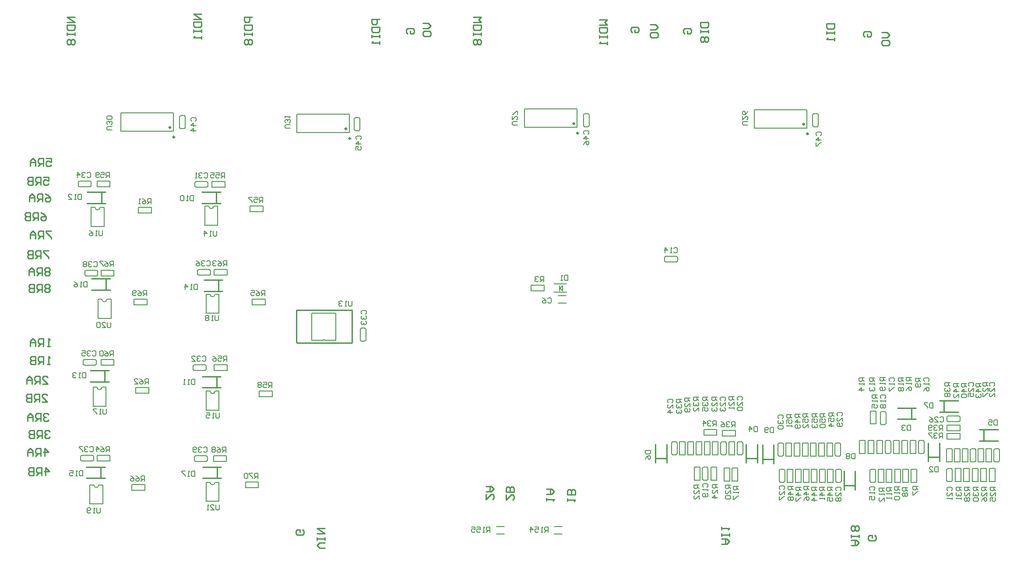
<source format=gbo>
G04*
G04 #@! TF.GenerationSoftware,Altium Limited,Altium Designer,23.10.1 (27)*
G04*
G04 Layer_Color=32896*
%FSLAX25Y25*%
%MOIN*%
G70*
G04*
G04 #@! TF.SameCoordinates,BE4D4FF9-9B6F-45BD-9266-944CD61FC198*
G04*
G04*
G04 #@! TF.FilePolarity,Positive*
G04*
G01*
G75*
%ADD13C,0.00500*%
%ADD14C,0.01000*%
%ADD16C,0.00787*%
%ADD18C,0.01181*%
%ADD150C,0.00600*%
D13*
X524126Y227878D02*
X524913Y228665D01*
X524126Y225122D02*
X524913Y224335D01*
X533181D02*
X533968Y225122D01*
X533181Y228665D02*
X533968Y227878D01*
X524913Y228665D02*
X533181D01*
X533968Y225122D02*
Y227878D01*
X524126Y225122D02*
Y227878D01*
X524913Y224335D02*
X533181D01*
X680406Y57413D02*
Y65681D01*
X681193Y66469D02*
X683949D01*
X681193Y56626D02*
X683949D01*
X684737Y57413D02*
Y65681D01*
X683949Y56626D02*
X684737Y57413D01*
X680406D02*
X681193Y56626D01*
X680406Y65681D02*
X681193Y66469D01*
X683949D02*
X684737Y65681D01*
X717406Y79319D02*
Y87587D01*
X718193Y88374D02*
X720949D01*
X718193Y78531D02*
X720949D01*
X721737Y79319D02*
Y87587D01*
X720949Y78531D02*
X721737Y79319D01*
X717406D02*
X718193Y78531D01*
X717406Y87587D02*
X718193Y88374D01*
X720949D02*
X721737Y87587D01*
X691978Y79319D02*
Y87587D01*
X692765Y88374D02*
X695521D01*
X692765Y78531D02*
X695521D01*
X696308Y79319D02*
Y87587D01*
X695521Y78531D02*
X696308Y79319D01*
X691978D02*
X692765Y78531D01*
X691978Y87587D02*
X692765Y88374D01*
X695521D02*
X696308Y87587D01*
X691878Y110468D02*
X692665Y109681D01*
X688335D02*
X689122Y110468D01*
X688335Y101413D02*
X689122Y100626D01*
X691878D02*
X692665Y101413D01*
Y109681D01*
X689122Y100626D02*
X691878D01*
X689122Y110468D02*
X691878D01*
X688335Y101413D02*
Y109681D01*
X552835Y58913D02*
Y67181D01*
X553622Y67968D02*
X556378D01*
X553622Y58126D02*
X556378D01*
X557165Y58913D02*
Y67181D01*
X556378Y58126D02*
X557165Y58913D01*
X552835D02*
X553622Y58126D01*
X552835Y67181D02*
X553622Y67968D01*
X556378D02*
X557165Y67181D01*
X579335Y78319D02*
Y86587D01*
X580122Y87374D02*
X582878D01*
X580122Y77531D02*
X582878D01*
X583665Y78319D02*
Y86587D01*
X582878Y77531D02*
X583665Y78319D01*
X579335D02*
X580122Y77531D01*
X579335Y86587D02*
X580122Y87374D01*
X582878D02*
X583665Y86587D01*
X742378Y66969D02*
X743165Y66181D01*
X738835D02*
X739622Y66969D01*
X738835Y57913D02*
X739622Y57126D01*
X742378D02*
X743165Y57913D01*
Y66181D01*
X739622Y57126D02*
X742378D01*
X739622Y66969D02*
X742378D01*
X738835Y57913D02*
Y66181D01*
X774835Y72913D02*
Y81181D01*
X775622Y81968D02*
X778378D01*
X775622Y72126D02*
X778378D01*
X779165Y72913D02*
Y81181D01*
X778378Y72126D02*
X779165Y72913D01*
X774835D02*
X775622Y72126D01*
X774835Y81181D02*
X775622Y81968D01*
X778378D02*
X779165Y81181D01*
X566835Y78319D02*
Y86587D01*
X567622Y87374D02*
X570378D01*
X567622Y77531D02*
X570378D01*
X571165Y78319D02*
Y86587D01*
X570378Y77531D02*
X571165Y78319D01*
X566835D02*
X567622Y77531D01*
X566835Y86587D02*
X567622Y87374D01*
X570378D02*
X571165Y86587D01*
X529335Y78319D02*
Y86587D01*
X530122Y87374D02*
X532878D01*
X530122Y77531D02*
X532878D01*
X533665Y78319D02*
Y86587D01*
X532878Y77531D02*
X533665Y78319D01*
X529335D02*
X530122Y77531D01*
X529335Y86587D02*
X530122Y87374D01*
X532878D02*
X533665Y86587D01*
X756835Y72913D02*
Y81181D01*
X757622Y81968D02*
X760378D01*
X757622Y72126D02*
X760378D01*
X761165Y72913D02*
Y81181D01*
X760378Y72126D02*
X761165Y72913D01*
X756835D02*
X757622Y72126D01*
X756835Y81181D02*
X757622Y81968D01*
X760378D02*
X761165Y81181D01*
X748181Y102835D02*
X748969Y103622D01*
X748181Y107165D02*
X748969Y106378D01*
X739126D02*
X739913Y107165D01*
X739126Y103622D02*
X739913Y102835D01*
X748181D01*
X739126Y103622D02*
Y106378D01*
X748969Y103622D02*
Y106378D01*
X739913Y107165D02*
X748181D01*
X611335Y57413D02*
Y65681D01*
X612122Y66469D02*
X614878D01*
X612122Y56626D02*
X614878D01*
X615665Y57413D02*
Y65681D01*
X614878Y56626D02*
X615665Y57413D01*
X611335D02*
X612122Y56626D01*
X611335Y65681D02*
X612122Y66469D01*
X614878D02*
X615665Y65681D01*
X654335Y57413D02*
Y65681D01*
X655122Y66469D02*
X657878D01*
X655122Y56626D02*
X657878D01*
X658665Y57413D02*
Y65681D01*
X657878Y56626D02*
X658665Y57413D01*
X654335D02*
X655122Y56626D01*
X654335Y65681D02*
X655122Y66469D01*
X657878D02*
X658665Y65681D01*
X653835Y77413D02*
Y85681D01*
X654622Y86468D02*
X657378D01*
X654622Y76626D02*
X657378D01*
X658165Y77413D02*
Y85681D01*
X657378Y76626D02*
X658165Y77413D01*
X653835D02*
X654622Y76626D01*
X653835Y85681D02*
X654622Y86468D01*
X657378D02*
X658165Y85681D01*
X610335Y77413D02*
Y85681D01*
X611122Y86468D02*
X613878D01*
X611122Y76626D02*
X613878D01*
X614665Y77413D02*
Y85681D01*
X613878Y76626D02*
X614665Y77413D01*
X610335D02*
X611122Y76626D01*
X610335Y85681D02*
X611122Y86468D01*
X613878D02*
X614665Y85681D01*
X175587Y281335D02*
X176374Y282122D01*
X175587Y285665D02*
X176374Y284878D01*
X166532D02*
X167319Y285665D01*
X166532Y282122D02*
X167319Y281335D01*
X175587D01*
X166532Y282122D02*
Y284878D01*
X176374Y282122D02*
Y284878D01*
X167319Y285665D02*
X175587D01*
X174181Y141835D02*
X174969Y142622D01*
X174181Y146165D02*
X174969Y145378D01*
X165126D02*
X165913Y146165D01*
X165126Y142622D02*
X165913Y141835D01*
X174181D01*
X165126Y142622D02*
Y145378D01*
X174969Y142622D02*
Y145378D01*
X165913Y146165D02*
X174181D01*
X295878Y173969D02*
X296665Y173181D01*
X292335D02*
X293122Y173969D01*
X292335Y164913D02*
X293122Y164126D01*
X295878D02*
X296665Y164913D01*
Y173181D01*
X293122Y164126D02*
X295878D01*
X293122Y173969D02*
X295878D01*
X292335Y164913D02*
Y173181D01*
X86681Y281835D02*
X87468Y282622D01*
X86681Y286165D02*
X87468Y285378D01*
X77626D02*
X78413Y286165D01*
X77626Y282622D02*
X78413Y281835D01*
X86681D01*
X77626Y282622D02*
Y285378D01*
X87468Y282622D02*
Y285378D01*
X78413Y286165D02*
X86681D01*
X90587Y145835D02*
X91374Y146622D01*
X90587Y150165D02*
X91374Y149378D01*
X81532D02*
X82319Y150165D01*
X81532Y146622D02*
X82319Y145835D01*
X90587D01*
X81532Y146622D02*
Y149378D01*
X91374Y146622D02*
Y149378D01*
X82319Y150165D02*
X90587D01*
X177587Y214335D02*
X178374Y215122D01*
X177587Y218665D02*
X178374Y217878D01*
X168532D02*
X169319Y218665D01*
X168532Y215122D02*
X169319Y214335D01*
X177587D01*
X168532Y215122D02*
Y217878D01*
X178374Y215122D02*
Y217878D01*
X169319Y218665D02*
X177587D01*
X88587Y72835D02*
X89374Y73622D01*
X88587Y77165D02*
X89374Y76378D01*
X79532D02*
X80319Y77165D01*
X79532Y73622D02*
X80319Y72835D01*
X88587D01*
X79532Y73622D02*
Y76378D01*
X89374Y73622D02*
Y76378D01*
X80319Y77165D02*
X88587D01*
X91681Y213835D02*
X92469Y214622D01*
X91681Y218165D02*
X92469Y217378D01*
X82626D02*
X83413Y218165D01*
X82626Y214622D02*
X83413Y213835D01*
X91681D01*
X82626Y214622D02*
Y217378D01*
X92469Y214622D02*
Y217378D01*
X83413Y218165D02*
X91681D01*
X175181Y72335D02*
X175969Y73122D01*
X175181Y76665D02*
X175969Y75878D01*
X166126D02*
X166913Y76665D01*
X166126Y73122D02*
X166913Y72335D01*
X175181D01*
X166126Y73122D02*
Y75878D01*
X175969Y73122D02*
Y75878D01*
X166913Y76665D02*
X175181D01*
X154835Y326913D02*
Y335181D01*
X155622Y335968D02*
X158378D01*
X155622Y326126D02*
X158378D01*
X159165Y326913D02*
Y335181D01*
X158378Y326126D02*
X159165Y326913D01*
X154835D02*
X155622Y326126D01*
X154835Y335181D02*
X155622Y335968D01*
X158378D02*
X159165Y335181D01*
X287835Y325413D02*
Y333681D01*
X288622Y334469D02*
X291378D01*
X288622Y324626D02*
X291378D01*
X292165Y325413D02*
Y333681D01*
X291378Y324626D02*
X292165Y325413D01*
X287835D02*
X288622Y324626D01*
X287835Y333681D02*
X288622Y334469D01*
X291378D02*
X292165Y333681D01*
X465878Y337469D02*
X466665Y336681D01*
X462335D02*
X463122Y337469D01*
X462335Y328413D02*
X463122Y327626D01*
X465878D02*
X466665Y328413D01*
Y336681D01*
X463122Y327626D02*
X465878D01*
X463122Y337469D02*
X465878D01*
X462335Y328413D02*
Y336681D01*
X640378Y337469D02*
X641165Y336681D01*
X636835D02*
X637622Y337469D01*
X636835Y328413D02*
X637622Y327626D01*
X640378D02*
X641165Y328413D01*
Y336681D01*
X637622Y327626D02*
X640378D01*
X637622Y337469D02*
X640378D01*
X636835Y328413D02*
Y336681D01*
X439849Y201350D02*
X449549D01*
X444343Y204468D02*
X446311Y202500D01*
X444343Y204468D02*
X446311Y206437D01*
Y202500D02*
Y206437D01*
X443949Y202500D02*
Y206437D01*
X439849Y207650D02*
X449549D01*
X422532Y202335D02*
Y206665D01*
X432374Y202335D02*
Y206665D01*
X422532Y202335D02*
X432374D01*
X422532Y206665D02*
X432374D01*
X711906Y56626D02*
Y66469D01*
X716237Y56626D02*
Y66469D01*
X711906D02*
X716237D01*
X711906Y56626D02*
X716237D01*
X709737Y56626D02*
Y66469D01*
X705406Y56626D02*
Y66469D01*
Y56626D02*
X709737D01*
X705406Y66469D02*
X709737D01*
X715380Y78531D02*
Y88374D01*
X711049Y78531D02*
Y88374D01*
Y78531D02*
X715380D01*
X711049Y88374D02*
X715380D01*
X703665Y56532D02*
Y66374D01*
X699335Y56532D02*
Y66374D01*
Y56532D02*
X703665D01*
X699335Y66374D02*
X703665D01*
X692906Y56532D02*
Y66374D01*
X697237Y56532D02*
Y66374D01*
X692906D02*
X697237D01*
X692906Y56532D02*
X697237D01*
X686906D02*
Y66374D01*
X691237Y56532D02*
Y66374D01*
X686906D02*
X691237D01*
X686906Y56532D02*
X691237D01*
X679263Y78531D02*
X683594D01*
X679263Y88374D02*
X683594D01*
Y78531D02*
Y88374D01*
X679263Y78531D02*
Y88374D01*
X672335Y88468D02*
X676665D01*
X672335Y78626D02*
X676665D01*
X672335D02*
Y88468D01*
X676665Y78626D02*
Y88468D01*
X680835Y110874D02*
X685165D01*
X680835Y101031D02*
X685165D01*
X680835D02*
Y110874D01*
X685165Y101031D02*
Y110874D01*
X709023Y78531D02*
Y88374D01*
X704692Y78531D02*
Y88374D01*
Y78531D02*
X709023D01*
X704692Y88374D02*
X709023D01*
X575335Y57626D02*
Y67469D01*
X579665Y57626D02*
Y67469D01*
X575335D02*
X579665D01*
X575335Y57626D02*
X579665D01*
X698335Y78531D02*
Y88374D01*
X702665Y78531D02*
Y88374D01*
X698335D02*
X702665D01*
X698335Y78531D02*
X702665D01*
X685620D02*
Y88374D01*
X689951Y78531D02*
Y88374D01*
X685620D02*
X689951D01*
X685620Y78531D02*
X689951D01*
X573665Y57626D02*
Y67469D01*
X569335Y57626D02*
Y67469D01*
Y57626D02*
X573665D01*
X569335Y67469D02*
X573665D01*
X577415Y77531D02*
Y87374D01*
X573085Y77531D02*
Y87374D01*
Y77531D02*
X577415D01*
X573085Y87374D02*
X577415D01*
X546835Y58126D02*
X551165D01*
X546835Y67968D02*
X551165D01*
Y58126D02*
Y67968D01*
X546835Y58126D02*
Y67968D01*
X564915Y77531D02*
Y87374D01*
X560585Y77531D02*
Y87374D01*
Y77531D02*
X564915D01*
X560585Y87374D02*
X564915D01*
X559335Y58126D02*
Y67968D01*
X563665Y58126D02*
Y67968D01*
X559335D02*
X563665D01*
X559335Y58126D02*
X563665D01*
X771335Y57126D02*
Y66969D01*
X775665Y57126D02*
Y66969D01*
X771335D02*
X775665D01*
X771335Y57126D02*
X775665D01*
X769165D02*
Y66969D01*
X764835Y57126D02*
Y66969D01*
Y57126D02*
X769165D01*
X764835Y66969D02*
X769165D01*
X773165Y72126D02*
Y81968D01*
X768835Y72126D02*
Y81968D01*
Y72126D02*
X773165D01*
X768835Y81968D02*
X773165D01*
X756165Y57126D02*
Y66969D01*
X751835Y57126D02*
Y66969D01*
Y57126D02*
X756165D01*
X751835Y66969D02*
X756165D01*
X541835Y77531D02*
Y87374D01*
X546165Y77531D02*
Y87374D01*
X541835D02*
X546165D01*
X541835Y77531D02*
X546165D01*
X758335Y57126D02*
Y66969D01*
X762665Y57126D02*
Y66969D01*
X758335D02*
X762665D01*
X758335Y57126D02*
X762665D01*
X745335D02*
Y66969D01*
X749665Y57126D02*
Y66969D01*
X745335D02*
X749665D01*
X745335Y57126D02*
X749665D01*
X552415Y77531D02*
Y87374D01*
X548085Y77531D02*
Y87374D01*
Y77531D02*
X552415D01*
X548085Y87374D02*
X552415D01*
X539915Y77531D02*
Y87374D01*
X535585Y77531D02*
Y87374D01*
Y77531D02*
X539915D01*
X535585Y87374D02*
X539915D01*
X554032Y96665D02*
X563874D01*
X554032Y92335D02*
X563874D01*
Y96665D01*
X554032Y92335D02*
Y96665D01*
X554335Y77531D02*
Y87374D01*
X558665Y77531D02*
Y87374D01*
X554335D02*
X558665D01*
X554335Y77531D02*
X558665D01*
X568126Y91835D02*
X577969D01*
X568126Y96165D02*
X577969D01*
X568126Y91835D02*
Y96165D01*
X577969Y91835D02*
Y96165D01*
X739126Y93665D02*
X748969D01*
X739126Y89335D02*
X748969D01*
Y93665D01*
X739126Y89335D02*
Y93665D01*
X743165Y72126D02*
Y81968D01*
X738835Y72126D02*
Y81968D01*
Y72126D02*
X743165D01*
X738835Y81968D02*
X743165D01*
X739126Y95835D02*
X748969D01*
X739126Y100165D02*
X748969D01*
X739126Y95835D02*
Y100165D01*
X748969Y95835D02*
Y100165D01*
X755165Y72126D02*
Y81968D01*
X750835Y72126D02*
Y81968D01*
Y72126D02*
X755165D01*
X750835Y81968D02*
X755165D01*
X642049Y56626D02*
Y66469D01*
X646380Y56626D02*
Y66469D01*
X642049D02*
X646380D01*
X642049Y56626D02*
X646380D01*
X744835Y72126D02*
Y81968D01*
X749165Y72126D02*
Y81968D01*
X744835D02*
X749165D01*
X744835Y72126D02*
X749165D01*
X762835D02*
Y81968D01*
X767165Y72126D02*
Y81968D01*
X762835D02*
X767165D01*
X762835Y72126D02*
X767165D01*
X640237Y56626D02*
Y66469D01*
X635906Y56626D02*
Y66469D01*
Y56626D02*
X640237D01*
X635906Y66469D02*
X640237D01*
X652523Y56626D02*
Y66469D01*
X648192Y56626D02*
Y66469D01*
Y56626D02*
X652523D01*
X648192Y66469D02*
X652523D01*
X634094Y56626D02*
Y66469D01*
X629763Y56626D02*
Y66469D01*
Y56626D02*
X634094D01*
X629763Y66469D02*
X634094D01*
X623620Y56626D02*
Y66469D01*
X627951Y56626D02*
Y66469D01*
X623620D02*
X627951D01*
X623620Y56626D02*
X627951D01*
X617478D02*
Y66469D01*
X621808Y56626D02*
Y66469D01*
X617478D02*
X621808D01*
X617478Y56626D02*
X621808D01*
X622763Y76626D02*
Y86468D01*
X627094Y76626D02*
Y86468D01*
X622763D02*
X627094D01*
X622763Y76626D02*
X627094D01*
X645737D02*
Y86468D01*
X641406Y76626D02*
Y86468D01*
Y76626D02*
X645737D01*
X641406Y86468D02*
X645737D01*
X620880Y76626D02*
Y86468D01*
X616549Y76626D02*
Y86468D01*
Y76626D02*
X620880D01*
X616549Y86468D02*
X620880D01*
X633308Y76626D02*
Y86468D01*
X628977Y76626D02*
Y86468D01*
Y76626D02*
X633308D01*
X628977Y86468D02*
X633308D01*
X635192Y76626D02*
Y86468D01*
X639523Y76626D02*
Y86468D01*
X635192D02*
X639523D01*
X635192Y76626D02*
X639523D01*
X647620D02*
Y86468D01*
X651951Y76626D02*
Y86468D01*
X647620D02*
X651951D01*
X647620Y76626D02*
X651951D01*
X189374Y281335D02*
Y285665D01*
X179532Y281335D02*
Y285665D01*
X189374D01*
X179532Y281335D02*
X189374D01*
X190969Y141835D02*
Y146165D01*
X181126Y141835D02*
Y146165D01*
X190969D01*
X181126Y141835D02*
X190969D01*
X218374Y262835D02*
Y267165D01*
X208531Y262835D02*
Y267165D01*
X218374D01*
X208531Y262835D02*
X218374D01*
X225374Y121835D02*
Y126165D01*
X215531Y121835D02*
Y126165D01*
X225374D01*
X215531Y121835D02*
X225374D01*
X101874Y281835D02*
Y286165D01*
X92032Y281835D02*
Y286165D01*
X101874D01*
X92032Y281835D02*
X101874D01*
X104874Y145835D02*
Y150165D01*
X95031Y145835D02*
Y150165D01*
X104874D01*
X95031Y145835D02*
X104874D01*
X133374Y261835D02*
Y266165D01*
X123531Y261835D02*
Y266165D01*
X133374D01*
X123531Y261835D02*
X133374D01*
X131374Y124335D02*
Y128665D01*
X121531Y124335D02*
Y128665D01*
X131374D01*
X121531Y124335D02*
X131374D01*
X190969Y214335D02*
Y218665D01*
X181126Y214335D02*
Y218665D01*
X190969D01*
X181126Y214335D02*
X190969D01*
X101874Y72835D02*
Y77165D01*
X92032Y72835D02*
Y77165D01*
X101874D01*
X92032Y72835D02*
X101874D01*
X219969Y191835D02*
Y196165D01*
X210126Y191835D02*
Y196165D01*
X219969D01*
X210126Y191835D02*
X219969D01*
X128374Y50335D02*
Y54665D01*
X118532Y50335D02*
Y54665D01*
X128374D01*
X118532Y50335D02*
X128374D01*
X104874Y213882D02*
Y218213D01*
X95031Y213882D02*
Y218213D01*
X104874D01*
X95031Y213882D02*
X104874D01*
X190469Y72335D02*
Y76665D01*
X180626Y72335D02*
Y76665D01*
X190469D01*
X180626Y72335D02*
X190469D01*
X129969Y191835D02*
Y196165D01*
X120126Y191835D02*
Y196165D01*
X129969D01*
X120126Y191835D02*
X129969D01*
X214874Y52335D02*
Y56665D01*
X205031Y52335D02*
Y56665D01*
X214874D01*
X205031Y52335D02*
X214874D01*
X238999Y326335D02*
X235667D01*
X235001Y327001D01*
Y328334D01*
X235667Y329001D01*
X238999D01*
X238333Y330333D02*
X238999Y331000D01*
Y332333D01*
X238333Y332999D01*
X237666D01*
X237000Y332333D01*
Y331666D01*
Y332333D01*
X236333Y332999D01*
X235667D01*
X235001Y332333D01*
Y331000D01*
X235667Y330333D01*
X235001Y334332D02*
Y335665D01*
Y334999D01*
X238999D01*
X238333Y334332D01*
X103499Y325168D02*
X100167D01*
X99501Y325835D01*
Y327168D01*
X100167Y327834D01*
X103499D01*
X102833Y329167D02*
X103499Y329834D01*
Y331166D01*
X102833Y331833D01*
X102166D01*
X101500Y331166D01*
Y330500D01*
Y331166D01*
X100833Y331833D01*
X100167D01*
X99501Y331166D01*
Y329834D01*
X100167Y329167D01*
X102833Y333166D02*
X103499Y333832D01*
Y335165D01*
X102833Y335832D01*
X100167D01*
X99501Y335165D01*
Y333832D01*
X100167Y333166D01*
X102833D01*
X411999Y328668D02*
X408667D01*
X408001Y329335D01*
Y330668D01*
X408667Y331334D01*
X411999D01*
X408001Y335333D02*
Y332667D01*
X410666Y335333D01*
X411333D01*
X411999Y334666D01*
Y333333D01*
X411333Y332667D01*
X411999Y336666D02*
Y339332D01*
X411333D01*
X408667Y336666D01*
X408001D01*
X587499Y328668D02*
X584167D01*
X583501Y329335D01*
Y330668D01*
X584167Y331334D01*
X587499D01*
X583501Y335333D02*
Y332667D01*
X586166Y335333D01*
X586833D01*
X587499Y334666D01*
Y333333D01*
X586833Y332667D01*
X587499Y339332D02*
X586833Y337999D01*
X585500Y336666D01*
X584167D01*
X583501Y337332D01*
Y338665D01*
X584167Y339332D01*
X584833D01*
X585500Y338665D01*
Y336666D01*
X185165Y39499D02*
Y36167D01*
X184499Y35501D01*
X183166D01*
X182499Y36167D01*
Y39499D01*
X178501Y35501D02*
X181167D01*
X178501Y38166D01*
Y38833D01*
X179167Y39499D01*
X180500D01*
X181167Y38833D01*
X177168Y35501D02*
X175835D01*
X176501D01*
Y39499D01*
X177168Y38833D01*
X102332Y178499D02*
Y175167D01*
X101665Y174501D01*
X100332D01*
X99666Y175167D01*
Y178499D01*
X95667Y174501D02*
X98333D01*
X95667Y177166D01*
Y177833D01*
X96334Y178499D01*
X97666D01*
X98333Y177833D01*
X94334D02*
X93668Y178499D01*
X92335D01*
X91668Y177833D01*
Y175167D01*
X92335Y174501D01*
X93668D01*
X94334Y175167D01*
Y177833D01*
X94498Y36999D02*
Y33667D01*
X93832Y33001D01*
X92499D01*
X91833Y33667D01*
Y36999D01*
X90500Y33001D02*
X89167D01*
X89833D01*
Y36999D01*
X90500Y36333D01*
X87167Y33667D02*
X86501Y33001D01*
X85168D01*
X84502Y33667D01*
Y36333D01*
X85168Y36999D01*
X86501D01*
X87167Y36333D01*
Y35666D01*
X86501Y35000D01*
X84502D01*
X184498Y183799D02*
Y180467D01*
X183832Y179801D01*
X182499D01*
X181833Y180467D01*
Y183799D01*
X180500Y179801D02*
X179167D01*
X179833D01*
Y183799D01*
X180500Y183133D01*
X177167D02*
X176501Y183799D01*
X175168D01*
X174502Y183133D01*
Y182466D01*
X175168Y181800D01*
X174502Y181133D01*
Y180467D01*
X175168Y179801D01*
X176501D01*
X177167Y180467D01*
Y181133D01*
X176501Y181800D01*
X177167Y182466D01*
Y183133D01*
X176501Y181800D02*
X175168D01*
X98998Y112499D02*
Y109167D01*
X98332Y108501D01*
X96999D01*
X96333Y109167D01*
Y112499D01*
X95000Y108501D02*
X93667D01*
X94333D01*
Y112499D01*
X95000Y111833D01*
X91667Y112499D02*
X89002D01*
Y111833D01*
X91667Y109167D01*
Y108501D01*
X95998Y248499D02*
Y245167D01*
X95332Y244501D01*
X93999D01*
X93333Y245167D01*
Y248499D01*
X92000Y244501D02*
X90667D01*
X91333D01*
Y248499D01*
X92000Y247833D01*
X86002Y248499D02*
X87335Y247833D01*
X88667Y246500D01*
Y245167D01*
X88001Y244501D01*
X86668D01*
X86002Y245167D01*
Y245834D01*
X86668Y246500D01*
X88667D01*
X184998Y109499D02*
Y106167D01*
X184332Y105501D01*
X182999D01*
X182333Y106167D01*
Y109499D01*
X181000Y105501D02*
X179667D01*
X180333D01*
Y109499D01*
X181000Y108833D01*
X175002Y109499D02*
X177667D01*
Y107500D01*
X176335Y108167D01*
X175668D01*
X175002Y107500D01*
Y106167D01*
X175668Y105501D01*
X177001D01*
X177667Y106167D01*
X182998Y247999D02*
Y244667D01*
X182332Y244001D01*
X180999D01*
X180333Y244667D01*
Y247999D01*
X179000Y244001D02*
X177667D01*
X178333D01*
Y247999D01*
X179000Y247333D01*
X173668Y244001D02*
Y247999D01*
X175667Y246000D01*
X173002D01*
X286000Y194699D02*
Y191367D01*
X285334Y190700D01*
X284001D01*
X283334Y191367D01*
Y194699D01*
X282001Y190700D02*
X280668D01*
X281335D01*
Y194699D01*
X282001Y194032D01*
X278669D02*
X278003Y194699D01*
X276670D01*
X276003Y194032D01*
Y193366D01*
X276670Y192699D01*
X277336D01*
X276670D01*
X276003Y192033D01*
Y191367D01*
X276670Y190700D01*
X278003D01*
X278669Y191367D01*
X390998Y18501D02*
Y22499D01*
X388998D01*
X388332Y21833D01*
Y20500D01*
X388998Y19834D01*
X390998D01*
X389665D02*
X388332Y18501D01*
X386999D02*
X385666D01*
X386333D01*
Y22499D01*
X386999Y21833D01*
X381001Y22499D02*
X383667D01*
Y20500D01*
X382334Y21167D01*
X381667D01*
X381001Y20500D01*
Y19167D01*
X381667Y18501D01*
X383000D01*
X383667Y19167D01*
X377002Y22499D02*
X379668D01*
Y20500D01*
X378335Y21167D01*
X377669D01*
X377002Y20500D01*
Y19167D01*
X377669Y18501D01*
X379002D01*
X379668Y19167D01*
X435498Y18501D02*
Y22499D01*
X433498D01*
X432832Y21833D01*
Y20500D01*
X433498Y19834D01*
X435498D01*
X434165D02*
X432832Y18501D01*
X431499D02*
X430166D01*
X430833D01*
Y22499D01*
X431499Y21833D01*
X425501Y22499D02*
X428167D01*
Y20500D01*
X426834Y21167D01*
X426167D01*
X425501Y20500D01*
Y19167D01*
X426167Y18501D01*
X427500D01*
X428167Y19167D01*
X422169Y18501D02*
Y22499D01*
X424168Y20500D01*
X421502D01*
X214600Y59400D02*
Y63399D01*
X212601D01*
X211934Y62732D01*
Y61399D01*
X212601Y60733D01*
X214600D01*
X213267D02*
X211934Y59400D01*
X210601Y63399D02*
X207936D01*
Y62732D01*
X210601Y60066D01*
Y59400D01*
X206603Y62732D02*
X205936Y63399D01*
X204603D01*
X203937Y62732D01*
Y60066D01*
X204603Y59400D01*
X205936D01*
X206603Y60066D01*
Y62732D01*
X129700Y198900D02*
Y202899D01*
X127701D01*
X127034Y202232D01*
Y200899D01*
X127701Y200233D01*
X129700D01*
X128367D02*
X127034Y198900D01*
X123036Y202899D02*
X124368Y202232D01*
X125701Y200899D01*
Y199566D01*
X125035Y198900D01*
X123702D01*
X123036Y199566D01*
Y200233D01*
X123702Y200899D01*
X125701D01*
X121703Y199566D02*
X121036Y198900D01*
X119703D01*
X119037Y199566D01*
Y202232D01*
X119703Y202899D01*
X121036D01*
X121703Y202232D01*
Y201566D01*
X121036Y200899D01*
X119037D01*
X190200Y79400D02*
Y83399D01*
X188201D01*
X187534Y82732D01*
Y81399D01*
X188201Y80733D01*
X190200D01*
X188867D02*
X187534Y79400D01*
X183536Y83399D02*
X184868Y82732D01*
X186201Y81399D01*
Y80066D01*
X185535Y79400D01*
X184202D01*
X183536Y80066D01*
Y80733D01*
X184202Y81399D01*
X186201D01*
X182203Y82732D02*
X181536Y83399D01*
X180203D01*
X179537Y82732D01*
Y82066D01*
X180203Y81399D01*
X179537Y80733D01*
Y80066D01*
X180203Y79400D01*
X181536D01*
X182203Y80066D01*
Y80733D01*
X181536Y81399D01*
X182203Y82066D01*
Y82732D01*
X181536Y81399D02*
X180203D01*
X104600Y221000D02*
Y224999D01*
X102601D01*
X101934Y224332D01*
Y222999D01*
X102601Y222333D01*
X104600D01*
X103267D02*
X101934Y221000D01*
X97935Y224999D02*
X99268Y224332D01*
X100601Y222999D01*
Y221666D01*
X99935Y221000D01*
X98602D01*
X97935Y221666D01*
Y222333D01*
X98602Y222999D01*
X100601D01*
X96603Y224999D02*
X93937D01*
Y224332D01*
X96603Y221666D01*
Y221000D01*
X128100Y57400D02*
Y61399D01*
X126101D01*
X125434Y60732D01*
Y59399D01*
X126101Y58733D01*
X128100D01*
X126767D02*
X125434Y57400D01*
X121435Y61399D02*
X122768Y60732D01*
X124101Y59399D01*
Y58066D01*
X123435Y57400D01*
X122102D01*
X121435Y58066D01*
Y58733D01*
X122102Y59399D01*
X124101D01*
X117437Y61399D02*
X118770Y60732D01*
X120103Y59399D01*
Y58066D01*
X119436Y57400D01*
X118103D01*
X117437Y58066D01*
Y58733D01*
X118103Y59399D01*
X120103D01*
X219700Y198900D02*
Y202899D01*
X217701D01*
X217034Y202232D01*
Y200899D01*
X217701Y200233D01*
X219700D01*
X218367D02*
X217034Y198900D01*
X213035Y202899D02*
X214368Y202232D01*
X215701Y200899D01*
Y199566D01*
X215035Y198900D01*
X213702D01*
X213035Y199566D01*
Y200233D01*
X213702Y200899D01*
X215701D01*
X209037Y202899D02*
X211703D01*
Y200899D01*
X210370Y201566D01*
X209703D01*
X209037Y200899D01*
Y199566D01*
X209703Y198900D01*
X211036D01*
X211703Y199566D01*
X101600Y79900D02*
Y83899D01*
X99601D01*
X98934Y83232D01*
Y81899D01*
X99601Y81233D01*
X101600D01*
X100267D02*
X98934Y79900D01*
X94936Y83899D02*
X96268Y83232D01*
X97601Y81899D01*
Y80566D01*
X96935Y79900D01*
X95602D01*
X94936Y80566D01*
Y81233D01*
X95602Y81899D01*
X97601D01*
X91603Y79900D02*
Y83899D01*
X93603Y81899D01*
X90937D01*
X190700Y221400D02*
Y225399D01*
X188701D01*
X188034Y224732D01*
Y223399D01*
X188701Y222733D01*
X190700D01*
X189367D02*
X188034Y221400D01*
X184036Y225399D02*
X185368Y224732D01*
X186701Y223399D01*
Y222066D01*
X186035Y221400D01*
X184702D01*
X184036Y222066D01*
Y222733D01*
X184702Y223399D01*
X186701D01*
X182703Y224732D02*
X182036Y225399D01*
X180703D01*
X180037Y224732D01*
Y224066D01*
X180703Y223399D01*
X181370D01*
X180703D01*
X180037Y222733D01*
Y222066D01*
X180703Y221400D01*
X182036D01*
X182703Y222066D01*
X131100Y131400D02*
Y135399D01*
X129101D01*
X128434Y134732D01*
Y133399D01*
X129101Y132733D01*
X131100D01*
X129767D02*
X128434Y131400D01*
X124435Y135399D02*
X125768Y134732D01*
X127101Y133399D01*
Y132067D01*
X126435Y131400D01*
X125102D01*
X124435Y132067D01*
Y132733D01*
X125102Y133399D01*
X127101D01*
X120437Y131400D02*
X123103D01*
X120437Y134066D01*
Y134732D01*
X121103Y135399D01*
X122436D01*
X123103Y134732D01*
X133100Y268900D02*
Y272899D01*
X131101D01*
X130434Y272232D01*
Y270899D01*
X131101Y270233D01*
X133100D01*
X131767D02*
X130434Y268900D01*
X126435Y272899D02*
X127768Y272232D01*
X129101Y270899D01*
Y269566D01*
X128435Y268900D01*
X127102D01*
X126435Y269566D01*
Y270233D01*
X127102Y270899D01*
X129101D01*
X125103Y268900D02*
X123770D01*
X124436D01*
Y272899D01*
X125103Y272232D01*
X104600Y152900D02*
Y156899D01*
X102601D01*
X101934Y156232D01*
Y154899D01*
X102601Y154233D01*
X104600D01*
X103267D02*
X101934Y152900D01*
X97935Y156899D02*
X99268Y156232D01*
X100601Y154899D01*
Y153567D01*
X99935Y152900D01*
X98602D01*
X97935Y153567D01*
Y154233D01*
X98602Y154899D01*
X100601D01*
X96603Y156232D02*
X95936Y156899D01*
X94603D01*
X93937Y156232D01*
Y153567D01*
X94603Y152900D01*
X95936D01*
X96603Y153567D01*
Y156232D01*
X101600Y288900D02*
Y292899D01*
X99601D01*
X98934Y292232D01*
Y290899D01*
X99601Y290233D01*
X101600D01*
X100267D02*
X98934Y288900D01*
X94936Y292899D02*
X97601D01*
Y290899D01*
X96268Y291566D01*
X95602D01*
X94936Y290899D01*
Y289566D01*
X95602Y288900D01*
X96935D01*
X97601Y289566D01*
X93603D02*
X92936Y288900D01*
X91603D01*
X90937Y289566D01*
Y292232D01*
X91603Y292899D01*
X92936D01*
X93603Y292232D01*
Y291566D01*
X92936Y290899D01*
X90937D01*
X225100Y128900D02*
Y132899D01*
X223101D01*
X222434Y132232D01*
Y130899D01*
X223101Y130233D01*
X225100D01*
X223767D02*
X222434Y128900D01*
X218436Y132899D02*
X221101D01*
Y130899D01*
X219768Y131566D01*
X219102D01*
X218436Y130899D01*
Y129567D01*
X219102Y128900D01*
X220435D01*
X221101Y129567D01*
X217103Y132232D02*
X216436Y132899D01*
X215103D01*
X214437Y132232D01*
Y131566D01*
X215103Y130899D01*
X214437Y130233D01*
Y129567D01*
X215103Y128900D01*
X216436D01*
X217103Y129567D01*
Y130233D01*
X216436Y130899D01*
X217103Y131566D01*
Y132232D01*
X216436Y130899D02*
X215103D01*
X218100Y269900D02*
Y273899D01*
X216101D01*
X215434Y273232D01*
Y271899D01*
X216101Y271233D01*
X218100D01*
X216767D02*
X215434Y269900D01*
X211436Y273899D02*
X214101D01*
Y271899D01*
X212768Y272566D01*
X212102D01*
X211436Y271899D01*
Y270566D01*
X212102Y269900D01*
X213435D01*
X214101Y270566D01*
X210103Y273899D02*
X207437D01*
Y273232D01*
X210103Y270566D01*
Y269900D01*
X190700Y148900D02*
Y152899D01*
X188701D01*
X188034Y152232D01*
Y150899D01*
X188701Y150233D01*
X190700D01*
X189367D02*
X188034Y148900D01*
X184036Y152899D02*
X186701D01*
Y150899D01*
X185368Y151566D01*
X184702D01*
X184036Y150899D01*
Y149566D01*
X184702Y148900D01*
X186035D01*
X186701Y149566D01*
X180037Y152899D02*
X181370Y152232D01*
X182703Y150899D01*
Y149566D01*
X182036Y148900D01*
X180703D01*
X180037Y149566D01*
Y150233D01*
X180703Y150899D01*
X182703D01*
X189100Y288400D02*
Y292399D01*
X187101D01*
X186434Y291732D01*
Y290399D01*
X187101Y289733D01*
X189100D01*
X187767D02*
X186434Y288400D01*
X182436Y292399D02*
X185101D01*
Y290399D01*
X183768Y291066D01*
X183102D01*
X182436Y290399D01*
Y289066D01*
X183102Y288400D01*
X184435D01*
X185101Y289066D01*
X178437Y292399D02*
X181103D01*
Y290399D01*
X179770Y291066D01*
X179103D01*
X178437Y290399D01*
Y289066D01*
X179103Y288400D01*
X180436D01*
X181103Y289066D01*
X652999Y109332D02*
X649001D01*
Y107332D01*
X649667Y106666D01*
X651000D01*
X651666Y107332D01*
Y109332D01*
Y107999D02*
X652999Y106666D01*
X649001Y102667D02*
Y105333D01*
X651000D01*
X650333Y104000D01*
Y103334D01*
X651000Y102667D01*
X652333D01*
X652999Y103334D01*
Y104666D01*
X652333Y105333D01*
X652999Y99335D02*
X649001D01*
X651000Y101334D01*
Y98668D01*
X640499Y108832D02*
X636501D01*
Y106832D01*
X637167Y106166D01*
X638500D01*
X639166Y106832D01*
Y108832D01*
Y107499D02*
X640499Y106166D01*
X636501Y102167D02*
Y104833D01*
X638500D01*
X637833Y103500D01*
Y102834D01*
X638500Y102167D01*
X639833D01*
X640499Y102834D01*
Y104166D01*
X639833Y104833D01*
X637167Y100834D02*
X636501Y100168D01*
Y98835D01*
X637167Y98168D01*
X637833D01*
X638500Y98835D01*
Y99501D01*
Y98835D01*
X639166Y98168D01*
X639833D01*
X640499Y98835D01*
Y100168D01*
X639833Y100834D01*
X633499Y108832D02*
X629501D01*
Y106832D01*
X630167Y106166D01*
X631500D01*
X632166Y106832D01*
Y108832D01*
Y107499D02*
X633499Y106166D01*
X629501Y102167D02*
Y104833D01*
X631500D01*
X630833Y103500D01*
Y102834D01*
X631500Y102167D01*
X632833D01*
X633499Y102834D01*
Y104166D01*
X632833Y104833D01*
X633499Y98168D02*
Y100834D01*
X630833Y98168D01*
X630167D01*
X629501Y98835D01*
Y100168D01*
X630167Y100834D01*
X620999Y108165D02*
X617001D01*
Y106166D01*
X617667Y105499D01*
X619000D01*
X619666Y106166D01*
Y108165D01*
Y106832D02*
X620999Y105499D01*
X617001Y101501D02*
Y104166D01*
X619000D01*
X618333Y102834D01*
Y102167D01*
X619000Y101501D01*
X620333D01*
X620999Y102167D01*
Y103500D01*
X620333Y104166D01*
X620999Y100168D02*
Y98835D01*
Y99501D01*
X617001D01*
X617667Y100168D01*
X646499Y108832D02*
X642501D01*
Y106832D01*
X643167Y106166D01*
X644500D01*
X645166Y106832D01*
Y108832D01*
Y107499D02*
X646499Y106166D01*
X642501Y102167D02*
Y104833D01*
X644500D01*
X643833Y103500D01*
Y102834D01*
X644500Y102167D01*
X645833D01*
X646499Y102834D01*
Y104166D01*
X645833Y104833D01*
X643167Y100834D02*
X642501Y100168D01*
Y98835D01*
X643167Y98168D01*
X645833D01*
X646499Y98835D01*
Y100168D01*
X645833Y100834D01*
X643167D01*
X627499Y108332D02*
X623501D01*
Y106332D01*
X624167Y105666D01*
X625500D01*
X626166Y106332D01*
Y108332D01*
Y106999D02*
X627499Y105666D01*
Y102334D02*
X623501D01*
X625500Y104333D01*
Y101667D01*
X626833Y100334D02*
X627499Y99668D01*
Y98335D01*
X626833Y97668D01*
X624167D01*
X623501Y98335D01*
Y99668D01*
X624167Y100334D01*
X624833D01*
X625500Y99668D01*
Y97668D01*
X621999Y53332D02*
X618001D01*
Y51332D01*
X618667Y50666D01*
X620000D01*
X620666Y51332D01*
Y53332D01*
Y51999D02*
X621999Y50666D01*
Y47334D02*
X618001D01*
X620000Y49333D01*
Y46667D01*
X618667Y45334D02*
X618001Y44668D01*
Y43335D01*
X618667Y42668D01*
X619334D01*
X620000Y43335D01*
X620666Y42668D01*
X621333D01*
X621999Y43335D01*
Y44668D01*
X621333Y45334D01*
X620666D01*
X620000Y44668D01*
X619334Y45334D01*
X618667D01*
X620000Y44668D02*
Y43335D01*
X627999Y52832D02*
X624001D01*
Y50832D01*
X624667Y50166D01*
X626000D01*
X626666Y50832D01*
Y52832D01*
Y51499D02*
X627999Y50166D01*
Y46834D02*
X624001D01*
X626000Y48833D01*
Y46167D01*
X624001Y44834D02*
Y42168D01*
X624667D01*
X627333Y44834D01*
X627999D01*
X633999Y53332D02*
X630001D01*
Y51332D01*
X630667Y50666D01*
X632000D01*
X632666Y51332D01*
Y53332D01*
Y51999D02*
X633999Y50666D01*
Y47334D02*
X630001D01*
X632000Y49333D01*
Y46667D01*
X630001Y42668D02*
X630667Y44001D01*
X632000Y45334D01*
X633333D01*
X633999Y44668D01*
Y43335D01*
X633333Y42668D01*
X632666D01*
X632000Y43335D01*
Y45334D01*
X651999Y52832D02*
X648001D01*
Y50832D01*
X648667Y50166D01*
X650000D01*
X650666Y50832D01*
Y52832D01*
Y51499D02*
X651999Y50166D01*
Y46834D02*
X648001D01*
X650000Y48833D01*
Y46167D01*
X648001Y42168D02*
Y44834D01*
X650000D01*
X649333Y43501D01*
Y42835D01*
X650000Y42168D01*
X651333D01*
X651999Y42835D01*
Y44168D01*
X651333Y44834D01*
X639999Y52832D02*
X636001D01*
Y50832D01*
X636667Y50166D01*
X638000D01*
X638666Y50832D01*
Y52832D01*
Y51499D02*
X639999Y50166D01*
Y46834D02*
X636001D01*
X638000Y48833D01*
Y46167D01*
X639999Y42835D02*
X636001D01*
X638000Y44834D01*
Y42168D01*
X764999Y131832D02*
X761001D01*
Y129832D01*
X761667Y129166D01*
X763000D01*
X763666Y129832D01*
Y131832D01*
Y130499D02*
X764999Y129166D01*
Y125834D02*
X761001D01*
X763000Y127833D01*
Y125167D01*
X761667Y123834D02*
X761001Y123168D01*
Y121835D01*
X761667Y121168D01*
X762333D01*
X763000Y121835D01*
Y122501D01*
Y121835D01*
X763666Y121168D01*
X764333D01*
X764999Y121835D01*
Y123168D01*
X764333Y123834D01*
X747999Y131832D02*
X744001D01*
Y129832D01*
X744667Y129166D01*
X746000D01*
X746666Y129832D01*
Y131832D01*
Y130499D02*
X747999Y129166D01*
Y125834D02*
X744001D01*
X746000Y127833D01*
Y125167D01*
X747999Y121168D02*
Y123834D01*
X745333Y121168D01*
X744667D01*
X744001Y121835D01*
Y123168D01*
X744667Y123834D01*
X645999Y52665D02*
X642001D01*
Y50666D01*
X642667Y49999D01*
X644000D01*
X644666Y50666D01*
Y52665D01*
Y51332D02*
X645999Y49999D01*
Y46667D02*
X642001D01*
X644000Y48667D01*
Y46001D01*
X645999Y44668D02*
Y43335D01*
Y44001D01*
X642001D01*
X642667Y44668D01*
X753999Y131832D02*
X750001D01*
Y129832D01*
X750667Y129166D01*
X752000D01*
X752666Y129832D01*
Y131832D01*
Y130499D02*
X753999Y129166D01*
Y125834D02*
X750001D01*
X752000Y127833D01*
Y125167D01*
X750667Y123834D02*
X750001Y123168D01*
Y121835D01*
X750667Y121168D01*
X753333D01*
X753999Y121835D01*
Y123168D01*
X753333Y123834D01*
X750667D01*
X735832Y96001D02*
Y99999D01*
X733832D01*
X733166Y99333D01*
Y98000D01*
X733832Y97334D01*
X735832D01*
X734499D02*
X733166Y96001D01*
X731833Y99333D02*
X731166Y99999D01*
X729834D01*
X729167Y99333D01*
Y98666D01*
X729834Y98000D01*
X730500D01*
X729834D01*
X729167Y97334D01*
Y96667D01*
X729834Y96001D01*
X731166D01*
X731833Y96667D01*
X727834D02*
X727168Y96001D01*
X725835D01*
X725168Y96667D01*
Y99333D01*
X725835Y99999D01*
X727168D01*
X727834Y99333D01*
Y98666D01*
X727168Y98000D01*
X725168D01*
X741499Y132332D02*
X737501D01*
Y130332D01*
X738167Y129666D01*
X739500D01*
X740166Y130332D01*
Y132332D01*
Y130999D02*
X741499Y129666D01*
X738167Y128333D02*
X737501Y127666D01*
Y126334D01*
X738167Y125667D01*
X738834D01*
X739500Y126334D01*
Y127000D01*
Y126334D01*
X740166Y125667D01*
X740833D01*
X741499Y126334D01*
Y127666D01*
X740833Y128333D01*
X738167Y124334D02*
X737501Y123668D01*
Y122335D01*
X738167Y121668D01*
X738834D01*
X739500Y122335D01*
X740166Y121668D01*
X740833D01*
X741499Y122335D01*
Y123668D01*
X740833Y124334D01*
X740166D01*
X739500Y123668D01*
X738834Y124334D01*
X738167D01*
X739500Y123668D02*
Y122335D01*
X735832Y90001D02*
Y93999D01*
X733832D01*
X733166Y93333D01*
Y92000D01*
X733832Y91334D01*
X735832D01*
X734499D02*
X733166Y90001D01*
X731833Y93333D02*
X731166Y93999D01*
X729834D01*
X729167Y93333D01*
Y92666D01*
X729834Y92000D01*
X730500D01*
X729834D01*
X729167Y91334D01*
Y90667D01*
X729834Y90001D01*
X731166D01*
X731833Y90667D01*
X727834Y93999D02*
X725168D01*
Y93333D01*
X727834Y90667D01*
Y90001D01*
X577700Y98900D02*
Y102899D01*
X575701D01*
X575034Y102232D01*
Y100899D01*
X575701Y100233D01*
X577700D01*
X576367D02*
X575034Y98900D01*
X573701Y102232D02*
X573035Y102899D01*
X571702D01*
X571035Y102232D01*
Y101566D01*
X571702Y100899D01*
X572368D01*
X571702D01*
X571035Y100233D01*
Y99566D01*
X571702Y98900D01*
X573035D01*
X573701Y99566D01*
X567037Y102899D02*
X568370Y102232D01*
X569703Y100899D01*
Y99566D01*
X569036Y98900D01*
X567703D01*
X567037Y99566D01*
Y100233D01*
X567703Y100899D01*
X569703D01*
X556999Y121332D02*
X553001D01*
Y119332D01*
X553667Y118666D01*
X555000D01*
X555666Y119332D01*
Y121332D01*
Y119999D02*
X556999Y118666D01*
X553667Y117333D02*
X553001Y116666D01*
Y115334D01*
X553667Y114667D01*
X554333D01*
X555000Y115334D01*
Y116000D01*
Y115334D01*
X555666Y114667D01*
X556333D01*
X556999Y115334D01*
Y116666D01*
X556333Y117333D01*
X553001Y110668D02*
Y113334D01*
X555000D01*
X554333Y112001D01*
Y111335D01*
X555000Y110668D01*
X556333D01*
X556999Y111335D01*
Y112668D01*
X556333Y113334D01*
X563600Y99400D02*
Y103399D01*
X561601D01*
X560934Y102732D01*
Y101399D01*
X561601Y100733D01*
X563600D01*
X562267D02*
X560934Y99400D01*
X559601Y102732D02*
X558935Y103399D01*
X557602D01*
X556936Y102732D01*
Y102066D01*
X557602Y101399D01*
X558268D01*
X557602D01*
X556936Y100733D01*
Y100066D01*
X557602Y99400D01*
X558935D01*
X559601Y100066D01*
X553603Y99400D02*
Y103399D01*
X555603Y101399D01*
X552937D01*
X536999Y119832D02*
X533001D01*
Y117832D01*
X533667Y117166D01*
X535000D01*
X535666Y117832D01*
Y119832D01*
Y118499D02*
X536999Y117166D01*
X533667Y115833D02*
X533001Y115166D01*
Y113834D01*
X533667Y113167D01*
X534334D01*
X535000Y113834D01*
Y114500D01*
Y113834D01*
X535666Y113167D01*
X536333D01*
X536999Y113834D01*
Y115166D01*
X536333Y115833D01*
X533667Y111834D02*
X533001Y111168D01*
Y109835D01*
X533667Y109168D01*
X534334D01*
X535000Y109835D01*
Y110501D01*
Y109835D01*
X535666Y109168D01*
X536333D01*
X536999Y109835D01*
Y111168D01*
X536333Y111834D01*
X549999Y121332D02*
X546001D01*
Y119332D01*
X546667Y118666D01*
X548000D01*
X548666Y119332D01*
Y121332D01*
Y119999D02*
X549999Y118666D01*
X546667Y117333D02*
X546001Y116666D01*
Y115334D01*
X546667Y114667D01*
X547333D01*
X548000Y115334D01*
Y116000D01*
Y115334D01*
X548666Y114667D01*
X549333D01*
X549999Y115334D01*
Y116666D01*
X549333Y117333D01*
X549999Y110668D02*
Y113334D01*
X547333Y110668D01*
X546667D01*
X546001Y111335D01*
Y112668D01*
X546667Y113334D01*
X749999Y52665D02*
X746001D01*
Y50666D01*
X746667Y49999D01*
X748000D01*
X748666Y50666D01*
Y52665D01*
Y51332D02*
X749999Y49999D01*
X746667Y48667D02*
X746001Y48000D01*
Y46667D01*
X746667Y46001D01*
X747333D01*
X748000Y46667D01*
Y47334D01*
Y46667D01*
X748666Y46001D01*
X749333D01*
X749999Y46667D01*
Y48000D01*
X749333Y48667D01*
X749999Y44668D02*
Y43335D01*
Y44001D01*
X746001D01*
X746667Y44668D01*
X762999Y52832D02*
X759001D01*
Y50832D01*
X759667Y50166D01*
X761000D01*
X761666Y50832D01*
Y52832D01*
Y51499D02*
X762999Y50166D01*
X759667Y48833D02*
X759001Y48166D01*
Y46834D01*
X759667Y46167D01*
X760334D01*
X761000Y46834D01*
Y47500D01*
Y46834D01*
X761666Y46167D01*
X762333D01*
X762999Y46834D01*
Y48166D01*
X762333Y48833D01*
X759667Y44834D02*
X759001Y44168D01*
Y42835D01*
X759667Y42168D01*
X762333D01*
X762999Y42835D01*
Y44168D01*
X762333Y44834D01*
X759667D01*
X543499Y120832D02*
X539501D01*
Y118832D01*
X540167Y118166D01*
X541500D01*
X542166Y118832D01*
Y120832D01*
Y119499D02*
X543499Y118166D01*
Y114167D02*
Y116833D01*
X540834Y114167D01*
X540167D01*
X539501Y114834D01*
Y116166D01*
X540167Y116833D01*
X542833Y112834D02*
X543499Y112168D01*
Y110835D01*
X542833Y110168D01*
X540167D01*
X539501Y110835D01*
Y112168D01*
X540167Y112834D01*
X540834D01*
X541500Y112168D01*
Y110168D01*
X756499Y52832D02*
X752501D01*
Y50832D01*
X753167Y50166D01*
X754500D01*
X755166Y50832D01*
Y52832D01*
Y51499D02*
X756499Y50166D01*
Y46167D02*
Y48833D01*
X753834Y46167D01*
X753167D01*
X752501Y46834D01*
Y48166D01*
X753167Y48833D01*
Y44834D02*
X752501Y44168D01*
Y42835D01*
X753167Y42168D01*
X753834D01*
X754500Y42835D01*
X755166Y42168D01*
X755833D01*
X756499Y42835D01*
Y44168D01*
X755833Y44834D01*
X755166D01*
X754500Y44168D01*
X753834Y44834D01*
X753167D01*
X754500Y44168D02*
Y42835D01*
X770499Y132332D02*
X766501D01*
Y130332D01*
X767167Y129666D01*
X768500D01*
X769166Y130332D01*
Y132332D01*
Y130999D02*
X770499Y129666D01*
Y125667D02*
Y128333D01*
X767834Y125667D01*
X767167D01*
X766501Y126334D01*
Y127666D01*
X767167Y128333D01*
X766501Y124334D02*
Y121668D01*
X767167D01*
X769833Y124334D01*
X770499D01*
X769499Y52832D02*
X765501D01*
Y50832D01*
X766167Y50166D01*
X767500D01*
X768166Y50832D01*
Y52832D01*
Y51499D02*
X769499Y50166D01*
Y46167D02*
Y48833D01*
X766834Y46167D01*
X766167D01*
X765501Y46834D01*
Y48166D01*
X766167Y48833D01*
X765501Y42168D02*
X766167Y43501D01*
X767500Y44834D01*
X768833D01*
X769499Y44168D01*
Y42835D01*
X768833Y42168D01*
X768166D01*
X767500Y42835D01*
Y44834D01*
X775999Y52832D02*
X772001D01*
Y50832D01*
X772667Y50166D01*
X774000D01*
X774666Y50832D01*
Y52832D01*
Y51499D02*
X775999Y50166D01*
Y46167D02*
Y48833D01*
X773334Y46167D01*
X772667D01*
X772001Y46834D01*
Y48166D01*
X772667Y48833D01*
X772001Y42168D02*
Y44834D01*
X774000D01*
X773334Y43501D01*
Y42835D01*
X774000Y42168D01*
X775333D01*
X775999Y42835D01*
Y44168D01*
X775333Y44834D01*
X564499Y54832D02*
X560501D01*
Y52832D01*
X561167Y52166D01*
X562500D01*
X563166Y52832D01*
Y54832D01*
Y53499D02*
X564499Y52166D01*
Y48167D02*
Y50833D01*
X561833Y48167D01*
X561167D01*
X560501Y48834D01*
Y50166D01*
X561167Y50833D01*
X564499Y44835D02*
X560501D01*
X562500Y46834D01*
Y44168D01*
X563999Y121332D02*
X560001D01*
Y119332D01*
X560667Y118666D01*
X562000D01*
X562666Y119332D01*
Y121332D01*
Y119999D02*
X563999Y118666D01*
Y114667D02*
Y117333D01*
X561334Y114667D01*
X560667D01*
X560001Y115334D01*
Y116666D01*
X560667Y117333D01*
Y113334D02*
X560001Y112668D01*
Y111335D01*
X560667Y110668D01*
X561334D01*
X562000Y111335D01*
Y112001D01*
Y111335D01*
X562666Y110668D01*
X563333D01*
X563999Y111335D01*
Y112668D01*
X563333Y113334D01*
X550499Y54332D02*
X546501D01*
Y52332D01*
X547167Y51666D01*
X548500D01*
X549166Y52332D01*
Y54332D01*
Y52999D02*
X550499Y51666D01*
Y47667D02*
Y50333D01*
X547833Y47667D01*
X547167D01*
X546501Y48334D01*
Y49667D01*
X547167Y50333D01*
X550499Y43668D02*
Y46334D01*
X547833Y43668D01*
X547167D01*
X546501Y44335D01*
Y45668D01*
X547167Y46334D01*
X576999Y121665D02*
X573001D01*
Y119666D01*
X573667Y118999D01*
X575000D01*
X575666Y119666D01*
Y121665D01*
Y120332D02*
X576999Y118999D01*
Y115001D02*
Y117666D01*
X574333Y115001D01*
X573667D01*
X573001Y115667D01*
Y117000D01*
X573667Y117666D01*
X576999Y113668D02*
Y112335D01*
Y113001D01*
X573001D01*
X573667Y113668D01*
X574499Y54332D02*
X570501D01*
Y52332D01*
X571167Y51666D01*
X572500D01*
X573166Y52332D01*
Y54332D01*
Y52999D02*
X574499Y51666D01*
Y47667D02*
Y50333D01*
X571834Y47667D01*
X571167D01*
X570501Y48334D01*
Y49667D01*
X571167Y50333D01*
Y46334D02*
X570501Y45668D01*
Y44335D01*
X571167Y43668D01*
X573833D01*
X574499Y44335D01*
Y45668D01*
X573833Y46334D01*
X571167D01*
X691999Y136498D02*
X688001D01*
Y134499D01*
X688667Y133833D01*
X690000D01*
X690666Y134499D01*
Y136498D01*
Y135166D02*
X691999Y133833D01*
Y132500D02*
Y131167D01*
Y131833D01*
X688001D01*
X688667Y132500D01*
X691333Y129167D02*
X691999Y128501D01*
Y127168D01*
X691333Y126502D01*
X688667D01*
X688001Y127168D01*
Y128501D01*
X688667Y129167D01*
X689334D01*
X690000Y128501D01*
Y126502D01*
X705999Y135998D02*
X702001D01*
Y133999D01*
X702667Y133333D01*
X704000D01*
X704666Y133999D01*
Y135998D01*
Y134666D02*
X705999Y133333D01*
Y132000D02*
Y130667D01*
Y131333D01*
X702001D01*
X702667Y132000D01*
Y128667D02*
X702001Y128001D01*
Y126668D01*
X702667Y126002D01*
X703334D01*
X704000Y126668D01*
X704666Y126002D01*
X705333D01*
X705999Y126668D01*
Y128001D01*
X705333Y128667D01*
X704666D01*
X704000Y128001D01*
X703334Y128667D01*
X702667D01*
X704000Y128001D02*
Y126668D01*
X580499Y53498D02*
X576501D01*
Y51499D01*
X577167Y50833D01*
X578500D01*
X579166Y51499D01*
Y53498D01*
Y52166D02*
X580499Y50833D01*
Y49500D02*
Y48167D01*
Y48833D01*
X576501D01*
X577167Y49500D01*
X576501Y46167D02*
Y43502D01*
X577167D01*
X579833Y46167D01*
X580499D01*
X711999Y136498D02*
X708001D01*
Y134499D01*
X708667Y133833D01*
X710000D01*
X710666Y134499D01*
Y136498D01*
Y135166D02*
X711999Y133833D01*
Y132500D02*
Y131167D01*
Y131833D01*
X708001D01*
X708667Y132500D01*
X708001Y126502D02*
X708667Y127834D01*
X710000Y129167D01*
X711333D01*
X711999Y128501D01*
Y127168D01*
X711333Y126502D01*
X710666D01*
X710000Y127168D01*
Y129167D01*
X685999Y122998D02*
X682001D01*
Y120999D01*
X682667Y120333D01*
X684000D01*
X684666Y120999D01*
Y122998D01*
Y121666D02*
X685999Y120333D01*
Y119000D02*
Y117667D01*
Y118333D01*
X682001D01*
X682667Y119000D01*
X682001Y113002D02*
Y115667D01*
X684000D01*
X683334Y114334D01*
Y113668D01*
X684000Y113002D01*
X685333D01*
X685999Y113668D01*
Y115001D01*
X685333Y115667D01*
X675999Y135998D02*
X672001D01*
Y133999D01*
X672667Y133333D01*
X674000D01*
X674666Y133999D01*
Y135998D01*
Y134666D02*
X675999Y133333D01*
Y132000D02*
Y130667D01*
Y131333D01*
X672001D01*
X672667Y132000D01*
X675999Y126668D02*
X672001D01*
X674000Y128667D01*
Y126002D01*
X683999Y135998D02*
X680001D01*
Y133999D01*
X680667Y133333D01*
X682000D01*
X682666Y133999D01*
Y135998D01*
Y134666D02*
X683999Y133333D01*
Y132000D02*
Y130667D01*
Y131333D01*
X680001D01*
X680667Y132000D01*
Y128667D02*
X680001Y128001D01*
Y126668D01*
X680667Y126002D01*
X681334D01*
X682000Y126668D01*
Y127334D01*
Y126668D01*
X682666Y126002D01*
X683333D01*
X683999Y126668D01*
Y128001D01*
X683333Y128667D01*
X691499Y51998D02*
X687501D01*
Y49999D01*
X688167Y49333D01*
X689500D01*
X690166Y49999D01*
Y51998D01*
Y50665D02*
X691499Y49333D01*
Y48000D02*
Y46667D01*
Y47333D01*
X687501D01*
X688167Y48000D01*
X691499Y42002D02*
Y44667D01*
X688834Y42002D01*
X688167D01*
X687501Y42668D01*
Y44001D01*
X688167Y44667D01*
X696999Y52332D02*
X693001D01*
Y50333D01*
X693667Y49666D01*
X695000D01*
X695666Y50333D01*
Y52332D01*
Y50999D02*
X696999Y49666D01*
Y48333D02*
Y47000D01*
Y47667D01*
X693001D01*
X693667Y48333D01*
X696999Y45001D02*
Y43668D01*
Y44335D01*
X693001D01*
X693667Y45001D01*
X702999Y52998D02*
X699001D01*
Y50999D01*
X699667Y50333D01*
X701000D01*
X701666Y50999D01*
Y52998D01*
Y51666D02*
X702999Y50333D01*
Y49000D02*
Y47667D01*
Y48333D01*
X699001D01*
X699667Y49000D01*
Y45667D02*
X699001Y45001D01*
Y43668D01*
X699667Y43002D01*
X702333D01*
X702999Y43668D01*
Y45001D01*
X702333Y45667D01*
X699667D01*
X718999Y135832D02*
X715001D01*
Y133833D01*
X715667Y133167D01*
X717000D01*
X717666Y133833D01*
Y135832D01*
Y134499D02*
X718999Y133167D01*
X718333Y131834D02*
X718999Y131167D01*
Y129834D01*
X718333Y129168D01*
X715667D01*
X715001Y129834D01*
Y131167D01*
X715667Y131834D01*
X716334D01*
X717000Y131167D01*
Y129168D01*
X708999Y52332D02*
X705001D01*
Y50333D01*
X705667Y49666D01*
X707000D01*
X707666Y50333D01*
Y52332D01*
Y50999D02*
X708999Y49666D01*
X705667Y48333D02*
X705001Y47667D01*
Y46334D01*
X705667Y45668D01*
X706334D01*
X707000Y46334D01*
X707666Y45668D01*
X708333D01*
X708999Y46334D01*
Y47667D01*
X708333Y48333D01*
X707666D01*
X707000Y47667D01*
X706334Y48333D01*
X705667D01*
X707000Y47667D02*
Y46334D01*
X716999Y53332D02*
X713001D01*
Y51333D01*
X713667Y50666D01*
X715000D01*
X715666Y51333D01*
Y53332D01*
Y51999D02*
X716999Y50666D01*
X713001Y49334D02*
Y46668D01*
X713667D01*
X716333Y49334D01*
X716999D01*
X432100Y209400D02*
Y213399D01*
X430101D01*
X429434Y212732D01*
Y211399D01*
X430101Y210733D01*
X432100D01*
X430767D02*
X429434Y209400D01*
X428101Y212732D02*
X427435Y213399D01*
X426102D01*
X425435Y212732D01*
Y212066D01*
X426102Y211399D01*
X426768D01*
X426102D01*
X425435Y210733D01*
Y210066D01*
X426102Y209400D01*
X427435D01*
X428101Y210066D01*
X166498Y64999D02*
Y61001D01*
X164499D01*
X163833Y61667D01*
Y64333D01*
X164499Y64999D01*
X166498D01*
X162500Y61001D02*
X161167D01*
X161833D01*
Y64999D01*
X162500Y64333D01*
X159167Y64999D02*
X156502D01*
Y64333D01*
X159167Y61667D01*
Y61001D01*
X84498Y209499D02*
Y205501D01*
X82499D01*
X81833Y206167D01*
Y208833D01*
X82499Y209499D01*
X84498D01*
X80500Y205501D02*
X79167D01*
X79833D01*
Y209499D01*
X80500Y208833D01*
X74502Y209499D02*
X75835Y208833D01*
X77167Y207500D01*
Y206167D01*
X76501Y205501D01*
X75168D01*
X74502Y206167D01*
Y206834D01*
X75168Y207500D01*
X77167D01*
X80998Y65499D02*
Y61501D01*
X78999D01*
X78333Y62167D01*
Y64833D01*
X78999Y65499D01*
X80998D01*
X77000Y61501D02*
X75667D01*
X76333D01*
Y65499D01*
X77000Y64833D01*
X71002Y65499D02*
X73667D01*
Y63500D01*
X72334Y64166D01*
X71668D01*
X71002Y63500D01*
Y62167D01*
X71668Y61501D01*
X73001D01*
X73667Y62167D01*
X168498Y207499D02*
Y203501D01*
X166499D01*
X165833Y204167D01*
Y206833D01*
X166499Y207499D01*
X168498D01*
X164500Y203501D02*
X163167D01*
X163833D01*
Y207499D01*
X164500Y206833D01*
X159168Y203501D02*
Y207499D01*
X161167Y205500D01*
X158502D01*
X83498Y139999D02*
Y136001D01*
X81499D01*
X80833Y136667D01*
Y139333D01*
X81499Y139999D01*
X83498D01*
X79500Y136001D02*
X78167D01*
X78833D01*
Y139999D01*
X79500Y139333D01*
X76167D02*
X75501Y139999D01*
X74168D01*
X73502Y139333D01*
Y138666D01*
X74168Y138000D01*
X74835D01*
X74168D01*
X73502Y137334D01*
Y136667D01*
X74168Y136001D01*
X75501D01*
X76167Y136667D01*
X79998Y275999D02*
Y272001D01*
X77999D01*
X77333Y272667D01*
Y275333D01*
X77999Y275999D01*
X79998D01*
X76000Y272001D02*
X74667D01*
X75333D01*
Y275999D01*
X76000Y275333D01*
X70002Y272001D02*
X72667D01*
X70002Y274666D01*
Y275333D01*
X70668Y275999D01*
X72001D01*
X72667Y275333D01*
X166332Y134999D02*
Y131001D01*
X164333D01*
X163666Y131667D01*
Y134333D01*
X164333Y134999D01*
X166332D01*
X162333Y131001D02*
X161000D01*
X161667D01*
Y134999D01*
X162333Y134333D01*
X159001Y131001D02*
X157668D01*
X158335D01*
Y134999D01*
X159001Y134333D01*
X165498Y274999D02*
Y271001D01*
X163499D01*
X162833Y271667D01*
Y274333D01*
X163499Y274999D01*
X165498D01*
X161500Y271001D02*
X160167D01*
X160833D01*
Y274999D01*
X161500Y274333D01*
X158167D02*
X157501Y274999D01*
X156168D01*
X155502Y274333D01*
Y271667D01*
X156168Y271001D01*
X157501D01*
X158167Y271667D01*
Y274333D01*
X607200Y98499D02*
Y94500D01*
X605201D01*
X604534Y95166D01*
Y97832D01*
X605201Y98499D01*
X607200D01*
X603201Y95166D02*
X602535Y94500D01*
X601202D01*
X600535Y95166D01*
Y97832D01*
X601202Y98499D01*
X602535D01*
X603201Y97832D01*
Y97166D01*
X602535Y96499D01*
X600535D01*
X669200Y78499D02*
Y74500D01*
X667201D01*
X666534Y75166D01*
Y77832D01*
X667201Y78499D01*
X669200D01*
X665201Y77832D02*
X664535Y78499D01*
X663202D01*
X662535Y77832D01*
Y77166D01*
X663202Y76499D01*
X662535Y75833D01*
Y75166D01*
X663202Y74500D01*
X664535D01*
X665201Y75166D01*
Y75833D01*
X664535Y76499D01*
X665201Y77166D01*
Y77832D01*
X664535Y76499D02*
X663202D01*
X728332Y116999D02*
Y113001D01*
X726333D01*
X725666Y113667D01*
Y116333D01*
X726333Y116999D01*
X728332D01*
X724333D02*
X721668D01*
Y116333D01*
X724333Y113667D01*
Y113001D01*
X509501Y80832D02*
X513499D01*
Y78833D01*
X512833Y78166D01*
X510167D01*
X509501Y78833D01*
Y80832D01*
Y74168D02*
X510167Y75501D01*
X511500Y76833D01*
X512833D01*
X513499Y76167D01*
Y74834D01*
X512833Y74168D01*
X512166D01*
X511500Y74834D01*
Y76833D01*
X777332Y103999D02*
Y100001D01*
X775333D01*
X774666Y100667D01*
Y103333D01*
X775333Y103999D01*
X777332D01*
X770668D02*
X773334D01*
Y102000D01*
X772001Y102666D01*
X771334D01*
X770668Y102000D01*
Y100667D01*
X771334Y100001D01*
X772667D01*
X773334Y100667D01*
X594700Y98999D02*
Y95000D01*
X592701D01*
X592034Y95666D01*
Y98332D01*
X592701Y98999D01*
X594700D01*
X588702Y95000D02*
Y98999D01*
X590701Y96999D01*
X588035D01*
X711332Y99999D02*
Y96001D01*
X709333D01*
X708666Y96667D01*
Y99333D01*
X709333Y99999D01*
X711332D01*
X707334Y99333D02*
X706667Y99999D01*
X705334D01*
X704668Y99333D01*
Y98666D01*
X705334Y98000D01*
X706001D01*
X705334D01*
X704668Y97334D01*
Y96667D01*
X705334Y96001D01*
X706667D01*
X707334Y96667D01*
X732332Y68499D02*
Y64501D01*
X730333D01*
X729666Y65167D01*
Y67833D01*
X730333Y68499D01*
X732332D01*
X725668Y64501D02*
X728334D01*
X725668Y67166D01*
Y67833D01*
X726334Y68499D01*
X727667D01*
X728334Y67833D01*
X450600Y214399D02*
Y210400D01*
X448601D01*
X447934Y211066D01*
Y213732D01*
X448601Y214399D01*
X450600D01*
X446601Y210400D02*
X445268D01*
X445935D01*
Y214399D01*
X446601Y213732D01*
X640167Y320666D02*
X639501Y321332D01*
Y322665D01*
X640167Y323332D01*
X642833D01*
X643499Y322665D01*
Y321332D01*
X642833Y320666D01*
X643499Y317334D02*
X639501D01*
X641500Y319333D01*
Y316667D01*
X639501Y315334D02*
Y312668D01*
X640167D01*
X642833Y315334D01*
X643499D01*
X463167Y321666D02*
X462501Y322332D01*
Y323665D01*
X463167Y324332D01*
X465833D01*
X466499Y323665D01*
Y322332D01*
X465833Y321666D01*
X466499Y318334D02*
X462501D01*
X464500Y320333D01*
Y317667D01*
X462501Y313668D02*
X463167Y315001D01*
X464500Y316334D01*
X465833D01*
X466499Y315668D01*
Y314335D01*
X465833Y313668D01*
X465166D01*
X464500Y314335D01*
Y316334D01*
X289667Y317666D02*
X289001Y318332D01*
Y319665D01*
X289667Y320332D01*
X292333D01*
X292999Y319665D01*
Y318332D01*
X292333Y317666D01*
X292999Y314334D02*
X289001D01*
X291000Y316333D01*
Y313667D01*
X289001Y309668D02*
Y312334D01*
X291000D01*
X290334Y311001D01*
Y310335D01*
X291000Y309668D01*
X292333D01*
X292999Y310335D01*
Y311668D01*
X292333Y312334D01*
X164167Y331666D02*
X163501Y332332D01*
Y333665D01*
X164167Y334332D01*
X166833D01*
X167499Y333665D01*
Y332332D01*
X166833Y331666D01*
X167499Y328334D02*
X163501D01*
X165500Y330333D01*
Y327667D01*
X167499Y324335D02*
X163501D01*
X165500Y326334D01*
Y323668D01*
X173034Y82732D02*
X173701Y83399D01*
X175033D01*
X175700Y82732D01*
Y80066D01*
X175033Y79400D01*
X173701D01*
X173034Y80066D01*
X171701Y82732D02*
X171035Y83399D01*
X169702D01*
X169035Y82732D01*
Y82066D01*
X169702Y81399D01*
X170368D01*
X169702D01*
X169035Y80733D01*
Y80066D01*
X169702Y79400D01*
X171035D01*
X171701Y80066D01*
X167703D02*
X167036Y79400D01*
X165703D01*
X165037Y80066D01*
Y82732D01*
X165703Y83399D01*
X167036D01*
X167703Y82732D01*
Y82066D01*
X167036Y81399D01*
X165037D01*
X89534Y224232D02*
X90201Y224899D01*
X91534D01*
X92200Y224232D01*
Y221566D01*
X91534Y220900D01*
X90201D01*
X89534Y221566D01*
X88201Y224232D02*
X87535Y224899D01*
X86202D01*
X85536Y224232D01*
Y223566D01*
X86202Y222899D01*
X86868D01*
X86202D01*
X85536Y222233D01*
Y221566D01*
X86202Y220900D01*
X87535D01*
X88201Y221566D01*
X84203Y224232D02*
X83536Y224899D01*
X82203D01*
X81537Y224232D01*
Y223566D01*
X82203Y222899D01*
X81537Y222233D01*
Y221566D01*
X82203Y220900D01*
X83536D01*
X84203Y221566D01*
Y222233D01*
X83536Y222899D01*
X84203Y223566D01*
Y224232D01*
X83536Y222899D02*
X82203D01*
X86434Y83232D02*
X87101Y83899D01*
X88434D01*
X89100Y83232D01*
Y80566D01*
X88434Y79900D01*
X87101D01*
X86434Y80566D01*
X85101Y83232D02*
X84435Y83899D01*
X83102D01*
X82436Y83232D01*
Y82566D01*
X83102Y81899D01*
X83768D01*
X83102D01*
X82436Y81233D01*
Y80566D01*
X83102Y79900D01*
X84435D01*
X85101Y80566D01*
X81103Y83899D02*
X78437D01*
Y83232D01*
X81103Y80566D01*
Y79900D01*
X175434Y224732D02*
X176101Y225399D01*
X177434D01*
X178100Y224732D01*
Y222066D01*
X177434Y221400D01*
X176101D01*
X175434Y222066D01*
X174101Y224732D02*
X173435Y225399D01*
X172102D01*
X171435Y224732D01*
Y224066D01*
X172102Y223399D01*
X172768D01*
X172102D01*
X171435Y222733D01*
Y222066D01*
X172102Y221400D01*
X173435D01*
X174101Y222066D01*
X167437Y225399D02*
X168770Y224732D01*
X170103Y223399D01*
Y222066D01*
X169436Y221400D01*
X168103D01*
X167437Y222066D01*
Y222733D01*
X168103Y223399D01*
X170103D01*
X88434Y156232D02*
X89101Y156899D01*
X90434D01*
X91100Y156232D01*
Y153567D01*
X90434Y152900D01*
X89101D01*
X88434Y153567D01*
X87101Y156232D02*
X86435Y156899D01*
X85102D01*
X84435Y156232D01*
Y155566D01*
X85102Y154899D01*
X85768D01*
X85102D01*
X84435Y154233D01*
Y153567D01*
X85102Y152900D01*
X86435D01*
X87101Y153567D01*
X80437Y156899D02*
X83103D01*
Y154899D01*
X81770Y155566D01*
X81103D01*
X80437Y154899D01*
Y153567D01*
X81103Y152900D01*
X82436D01*
X83103Y153567D01*
X84534Y292232D02*
X85201Y292899D01*
X86534D01*
X87200Y292232D01*
Y289566D01*
X86534Y288900D01*
X85201D01*
X84534Y289566D01*
X83201Y292232D02*
X82535Y292899D01*
X81202D01*
X80536Y292232D01*
Y291566D01*
X81202Y290899D01*
X81868D01*
X81202D01*
X80536Y290233D01*
Y289566D01*
X81202Y288900D01*
X82535D01*
X83201Y289566D01*
X77203Y288900D02*
Y292899D01*
X79203Y290899D01*
X76537D01*
X293667Y184666D02*
X293001Y185332D01*
Y186665D01*
X293667Y187332D01*
X296333D01*
X296999Y186665D01*
Y185332D01*
X296333Y184666D01*
X293667Y183333D02*
X293001Y182667D01*
Y181334D01*
X293667Y180667D01*
X294334D01*
X295000Y181334D01*
Y182000D01*
Y181334D01*
X295666Y180667D01*
X296333D01*
X296999Y181334D01*
Y182667D01*
X296333Y183333D01*
X293667Y179334D02*
X293001Y178668D01*
Y177335D01*
X293667Y176668D01*
X294334D01*
X295000Y177335D01*
Y178001D01*
Y177335D01*
X295666Y176668D01*
X296333D01*
X296999Y177335D01*
Y178668D01*
X296333Y179334D01*
X172034Y152232D02*
X172701Y152899D01*
X174033D01*
X174700Y152232D01*
Y149566D01*
X174033Y148900D01*
X172701D01*
X172034Y149566D01*
X170701Y152232D02*
X170035Y152899D01*
X168702D01*
X168035Y152232D01*
Y151566D01*
X168702Y150899D01*
X169368D01*
X168702D01*
X168035Y150233D01*
Y149566D01*
X168702Y148900D01*
X170035D01*
X170701Y149566D01*
X164037Y148900D02*
X166703D01*
X164037Y151566D01*
Y152232D01*
X164703Y152899D01*
X166036D01*
X166703Y152232D01*
X173434Y291732D02*
X174101Y292399D01*
X175434D01*
X176100Y291732D01*
Y289066D01*
X175434Y288400D01*
X174101D01*
X173434Y289066D01*
X172101Y291732D02*
X171435Y292399D01*
X170102D01*
X169436Y291732D01*
Y291066D01*
X170102Y290399D01*
X170768D01*
X170102D01*
X169436Y289733D01*
Y289066D01*
X170102Y288400D01*
X171435D01*
X172101Y289066D01*
X168103Y288400D02*
X166770D01*
X167436D01*
Y292399D01*
X168103Y291732D01*
X611167Y105166D02*
X610501Y105832D01*
Y107165D01*
X611167Y107832D01*
X613833D01*
X614499Y107165D01*
Y105832D01*
X613833Y105166D01*
X611167Y103833D02*
X610501Y103166D01*
Y101834D01*
X611167Y101167D01*
X611833D01*
X612500Y101834D01*
Y102500D01*
Y101834D01*
X613166Y101167D01*
X613833D01*
X614499Y101834D01*
Y103166D01*
X613833Y103833D01*
X611167Y99834D02*
X610501Y99168D01*
Y97835D01*
X611167Y97168D01*
X613833D01*
X614499Y97835D01*
Y99168D01*
X613833Y99834D01*
X611167D01*
X656167Y107166D02*
X655501Y107832D01*
Y109165D01*
X656167Y109832D01*
X658833D01*
X659499Y109165D01*
Y107832D01*
X658833Y107166D01*
X659499Y103167D02*
Y105833D01*
X656834Y103167D01*
X656167D01*
X655501Y103834D01*
Y105166D01*
X656167Y105833D01*
X658833Y101834D02*
X659499Y101168D01*
Y99835D01*
X658833Y99168D01*
X656167D01*
X655501Y99835D01*
Y101168D01*
X656167Y101834D01*
X656834D01*
X657500Y101168D01*
Y99168D01*
X655167Y50166D02*
X654501Y50832D01*
Y52165D01*
X655167Y52832D01*
X657833D01*
X658499Y52165D01*
Y50832D01*
X657833Y50166D01*
X658499Y46167D02*
Y48833D01*
X655833Y46167D01*
X655167D01*
X654501Y46834D01*
Y48166D01*
X655167Y48833D01*
Y44834D02*
X654501Y44168D01*
Y42835D01*
X655167Y42168D01*
X655833D01*
X656500Y42835D01*
X657166Y42168D01*
X657833D01*
X658499Y42835D01*
Y44168D01*
X657833Y44834D01*
X657166D01*
X656500Y44168D01*
X655833Y44834D01*
X655167D01*
X656500Y44168D02*
Y42835D01*
X612167Y51166D02*
X611501Y51832D01*
Y53165D01*
X612167Y53832D01*
X614833D01*
X615499Y53165D01*
Y51832D01*
X614833Y51166D01*
X615499Y47167D02*
Y49833D01*
X612833Y47167D01*
X612167D01*
X611501Y47834D01*
Y49167D01*
X612167Y49833D01*
X611501Y45834D02*
Y43168D01*
X612167D01*
X614833Y45834D01*
X615499D01*
X733666Y105833D02*
X734332Y106499D01*
X735665D01*
X736332Y105833D01*
Y103167D01*
X735665Y102501D01*
X734332D01*
X733666Y103167D01*
X729667Y102501D02*
X732333D01*
X729667Y105166D01*
Y105833D01*
X730334Y106499D01*
X731666D01*
X732333Y105833D01*
X725668Y106499D02*
X727001Y105833D01*
X728334Y104500D01*
Y103167D01*
X727668Y102501D01*
X726335D01*
X725668Y103167D01*
Y103833D01*
X726335Y104500D01*
X728334D01*
X756167Y129666D02*
X755501Y130332D01*
Y131665D01*
X756167Y132332D01*
X758833D01*
X759499Y131665D01*
Y130332D01*
X758833Y129666D01*
X759499Y125667D02*
Y128333D01*
X756834Y125667D01*
X756167D01*
X755501Y126334D01*
Y127666D01*
X756167Y128333D01*
X755501Y121668D02*
Y124334D01*
X757500D01*
X756834Y123001D01*
Y122335D01*
X757500Y121668D01*
X758833D01*
X759499Y122335D01*
Y123668D01*
X758833Y124334D01*
X527167Y117166D02*
X526501Y117832D01*
Y119165D01*
X527167Y119832D01*
X529833D01*
X530499Y119165D01*
Y117832D01*
X529833Y117166D01*
X530499Y113167D02*
Y115833D01*
X527834Y113167D01*
X527167D01*
X526501Y113834D01*
Y115166D01*
X527167Y115833D01*
X530499Y109835D02*
X526501D01*
X528500Y111834D01*
Y109168D01*
X567167Y118666D02*
X566501Y119332D01*
Y120665D01*
X567167Y121332D01*
X569833D01*
X570499Y120665D01*
Y119332D01*
X569833Y118666D01*
X570499Y114667D02*
Y117333D01*
X567834Y114667D01*
X567167D01*
X566501Y115334D01*
Y116666D01*
X567167Y117333D01*
Y113334D02*
X566501Y112668D01*
Y111335D01*
X567167Y110668D01*
X567834D01*
X568500Y111335D01*
Y112001D01*
Y111335D01*
X569166Y110668D01*
X569833D01*
X570499Y111335D01*
Y112668D01*
X569833Y113334D01*
X772167Y129666D02*
X771501Y130332D01*
Y131665D01*
X772167Y132332D01*
X774833D01*
X775499Y131665D01*
Y130332D01*
X774833Y129666D01*
X775499Y125667D02*
Y128333D01*
X772833Y125667D01*
X772167D01*
X771501Y126334D01*
Y127666D01*
X772167Y128333D01*
X775499Y121668D02*
Y124334D01*
X772833Y121668D01*
X772167D01*
X771501Y122335D01*
Y123668D01*
X772167Y124334D01*
X739667Y49999D02*
X739001Y50666D01*
Y51999D01*
X739667Y52665D01*
X742333D01*
X742999Y51999D01*
Y50666D01*
X742333Y49999D01*
X742999Y46001D02*
Y48667D01*
X740334Y46001D01*
X739667D01*
X739001Y46667D01*
Y48000D01*
X739667Y48667D01*
X742999Y44668D02*
Y43335D01*
Y44001D01*
X739001D01*
X739667Y44668D01*
X580167Y119166D02*
X579501Y119832D01*
Y121165D01*
X580167Y121832D01*
X582833D01*
X583499Y121165D01*
Y119832D01*
X582833Y119166D01*
X583499Y115167D02*
Y117833D01*
X580833Y115167D01*
X580167D01*
X579501Y115834D01*
Y117166D01*
X580167Y117833D01*
Y113834D02*
X579501Y113168D01*
Y111835D01*
X580167Y111168D01*
X582833D01*
X583499Y111835D01*
Y113168D01*
X582833Y113834D01*
X580167D01*
X553667Y52833D02*
X553001Y53499D01*
Y54832D01*
X553667Y55498D01*
X556333D01*
X556999Y54832D01*
Y53499D01*
X556333Y52833D01*
X556999Y51500D02*
Y50167D01*
Y50833D01*
X553001D01*
X553667Y51500D01*
X556333Y48167D02*
X556999Y47501D01*
Y46168D01*
X556333Y45502D01*
X553667D01*
X553001Y46168D01*
Y47501D01*
X553667Y48167D01*
X554334D01*
X555000Y47501D01*
Y45502D01*
X689167Y120333D02*
X688501Y120999D01*
Y122332D01*
X689167Y122998D01*
X691833D01*
X692499Y122332D01*
Y120999D01*
X691833Y120333D01*
X692499Y119000D02*
Y117667D01*
Y118333D01*
X688501D01*
X689167Y119000D01*
Y115667D02*
X688501Y115001D01*
Y113668D01*
X689167Y113002D01*
X689834D01*
X690500Y113668D01*
X691166Y113002D01*
X691833D01*
X692499Y113668D01*
Y115001D01*
X691833Y115667D01*
X691166D01*
X690500Y115001D01*
X689834Y115667D01*
X689167D01*
X690500Y115001D02*
Y113668D01*
X695667Y133333D02*
X695001Y133999D01*
Y135332D01*
X695667Y135998D01*
X698333D01*
X698999Y135332D01*
Y133999D01*
X698333Y133333D01*
X698999Y132000D02*
Y130667D01*
Y131333D01*
X695001D01*
X695667Y132000D01*
X695001Y128667D02*
Y126002D01*
X695667D01*
X698333Y128667D01*
X698999D01*
X722167Y133333D02*
X721501Y133999D01*
Y135332D01*
X722167Y135998D01*
X724833D01*
X725499Y135332D01*
Y133999D01*
X724833Y133333D01*
X725499Y132000D02*
Y130667D01*
Y131333D01*
X721501D01*
X722167Y132000D01*
X721501Y126002D02*
X722167Y127334D01*
X723500Y128667D01*
X724833D01*
X725499Y128001D01*
Y126668D01*
X724833Y126002D01*
X724166D01*
X723500Y126668D01*
Y128667D01*
X680667Y50333D02*
X680001Y50999D01*
Y52332D01*
X680667Y52998D01*
X683333D01*
X683999Y52332D01*
Y50999D01*
X683333Y50333D01*
X683999Y49000D02*
Y47667D01*
Y48333D01*
X680001D01*
X680667Y49000D01*
X680001Y43002D02*
Y45667D01*
X682000D01*
X681334Y44335D01*
Y43668D01*
X682000Y43002D01*
X683333D01*
X683999Y43668D01*
Y45001D01*
X683333Y45667D01*
X531034Y234732D02*
X531701Y235399D01*
X533034D01*
X533700Y234732D01*
Y232066D01*
X533034Y231400D01*
X531701D01*
X531034Y232066D01*
X529701Y231400D02*
X528368D01*
X529035D01*
Y235399D01*
X529701Y234732D01*
X524370Y231400D02*
Y235399D01*
X526369Y233399D01*
X523703D01*
X435166Y196333D02*
X435833Y196999D01*
X437166D01*
X437832Y196333D01*
Y193667D01*
X437166Y193001D01*
X435833D01*
X435166Y193667D01*
X431168Y196999D02*
X432501Y196333D01*
X433834Y195000D01*
Y193667D01*
X433167Y193001D01*
X431834D01*
X431168Y193667D01*
Y194334D01*
X431834Y195000D01*
X433834D01*
D14*
X243681Y163516D02*
X244370Y162827D01*
X243681Y163516D02*
Y187728D01*
X286004D01*
Y162827D02*
Y187728D01*
X244370Y162827D02*
X286004D01*
X172413Y68232D02*
X186587D01*
X172413Y59768D02*
X186587D01*
X183339D02*
Y68232D01*
X724839Y75661D02*
X733304D01*
X724839Y72413D02*
Y86587D01*
X733304Y72413D02*
Y86587D01*
X701303Y113232D02*
X715476D01*
X701303Y104768D02*
X715476D01*
X712228D02*
Y113232D01*
X586268Y74661D02*
X594732D01*
X586268Y71413D02*
Y85587D01*
X594732Y71413D02*
Y85587D01*
X767161Y88268D02*
Y96732D01*
X763913D02*
X778087D01*
X763913Y88268D02*
X778087D01*
X517268Y74661D02*
X525732D01*
X517268Y71413D02*
Y85587D01*
X525732Y71413D02*
Y85587D01*
X736772Y110268D02*
Y118732D01*
X733524D02*
X747697D01*
X733524Y110268D02*
X747697D01*
X660768Y54161D02*
X669232D01*
X660768Y50913D02*
Y65087D01*
X669232Y50913D02*
Y65087D01*
X598768Y74161D02*
X607232D01*
X598768Y70913D02*
Y85087D01*
X607232Y70913D02*
Y85087D01*
X171913Y277732D02*
X186087D01*
X171913Y269268D02*
X186087D01*
X182839D02*
Y277732D01*
X172024Y137232D02*
X186197D01*
X172024Y128768D02*
X186197D01*
X182949D02*
Y137232D01*
X84413Y277732D02*
X98587D01*
X84413Y269268D02*
X98587D01*
X95339D02*
Y277732D01*
X86913Y141732D02*
X101087D01*
X86913Y133268D02*
X101087D01*
X97839D02*
Y141732D01*
X173413Y210732D02*
X187587D01*
X173413Y202268D02*
X187587D01*
X184339D02*
Y210732D01*
X83913Y68232D02*
X98087D01*
X83913Y59768D02*
X98087D01*
X94839D02*
Y68232D01*
X87803Y211732D02*
X101976D01*
X87803Y203268D02*
X101976D01*
X98728D02*
Y211732D01*
X56049Y206378D02*
X55049Y207378D01*
X53050D01*
X52050Y206378D01*
Y205378D01*
X53050Y204379D01*
X52050Y203379D01*
Y202379D01*
X53050Y201380D01*
X55049D01*
X56049Y202379D01*
Y203379D01*
X55049Y204379D01*
X56049Y205378D01*
Y206378D01*
X55049Y204379D02*
X53050D01*
X50051Y201380D02*
Y207378D01*
X47052D01*
X46052Y206378D01*
Y204379D01*
X47052Y203379D01*
X50051D01*
X48051D02*
X46052Y201380D01*
X44053Y207378D02*
Y201380D01*
X41054D01*
X40054Y202379D01*
Y203379D01*
X41054Y204379D01*
X44053D01*
X41054D01*
X40054Y205378D01*
Y206378D01*
X41054Y207378D01*
X44053D01*
X51170Y289213D02*
X55169D01*
Y286214D01*
X53170Y287214D01*
X52170D01*
X51170Y286214D01*
Y284215D01*
X52170Y283215D01*
X54169D01*
X55169Y284215D01*
X49171Y283215D02*
Y289213D01*
X46172D01*
X45172Y288213D01*
Y286214D01*
X46172Y285214D01*
X49171D01*
X47172D02*
X45172Y283215D01*
X43173Y289213D02*
Y283215D01*
X40174D01*
X39174Y284215D01*
Y285214D01*
X40174Y286214D01*
X43173D01*
X40174D01*
X39174Y287214D01*
Y288213D01*
X40174Y289213D01*
X43173D01*
X49170Y262213D02*
X51170Y261213D01*
X53169Y259214D01*
Y257215D01*
X52169Y256215D01*
X50170D01*
X49170Y257215D01*
Y258214D01*
X50170Y259214D01*
X53169D01*
X47171Y256215D02*
Y262213D01*
X44172D01*
X43172Y261213D01*
Y259214D01*
X44172Y258214D01*
X47171D01*
X45171D02*
X43172Y256215D01*
X41173Y262213D02*
Y256215D01*
X38174D01*
X37174Y257215D01*
Y258214D01*
X38174Y259214D01*
X41173D01*
X38174D01*
X37174Y260214D01*
Y261213D01*
X38174Y262213D01*
X41173D01*
X55169Y233213D02*
X51170D01*
Y232213D01*
X55169Y228215D01*
Y227215D01*
X49171D02*
Y233213D01*
X46172D01*
X45172Y232213D01*
Y230214D01*
X46172Y229214D01*
X49171D01*
X47172D02*
X45172Y227215D01*
X43173Y233213D02*
Y227215D01*
X40174D01*
X39174Y228215D01*
Y229214D01*
X40174Y230214D01*
X43173D01*
X40174D01*
X39174Y231214D01*
Y232213D01*
X40174Y233213D01*
X43173D01*
X52670Y61715D02*
Y67713D01*
X55669Y64714D01*
X51670D01*
X49671Y61715D02*
Y67713D01*
X46672D01*
X45672Y66713D01*
Y64714D01*
X46672Y63714D01*
X49671D01*
X47671D02*
X45672Y61715D01*
X43673Y67713D02*
Y61715D01*
X40674D01*
X39674Y62715D01*
Y63714D01*
X40674Y64714D01*
X43673D01*
X40674D01*
X39674Y65714D01*
Y66713D01*
X40674Y67713D01*
X43673D01*
X56169Y95213D02*
X55169Y96213D01*
X53170D01*
X52170Y95213D01*
Y94214D01*
X53170Y93214D01*
X54170D01*
X53170D01*
X52170Y92214D01*
Y91215D01*
X53170Y90215D01*
X55169D01*
X56169Y91215D01*
X50171Y90215D02*
Y96213D01*
X47172D01*
X46172Y95213D01*
Y93214D01*
X47172Y92214D01*
X50171D01*
X48171D02*
X46172Y90215D01*
X44173Y96213D02*
Y90215D01*
X41174D01*
X40174Y91215D01*
Y92214D01*
X41174Y93214D01*
X44173D01*
X41174D01*
X40174Y94214D01*
Y95213D01*
X41174Y96213D01*
X44173D01*
X50170Y117715D02*
X54169D01*
X50170Y121714D01*
Y122713D01*
X51170Y123713D01*
X53169D01*
X54169Y122713D01*
X48171Y117715D02*
Y123713D01*
X45172D01*
X44172Y122713D01*
Y120714D01*
X45172Y119714D01*
X48171D01*
X46172D02*
X44172Y117715D01*
X42173Y123713D02*
Y117715D01*
X39174D01*
X38174Y118715D01*
Y119714D01*
X39174Y120714D01*
X42173D01*
X39174D01*
X38174Y121714D01*
Y122713D01*
X39174Y123713D01*
X42173D01*
X56000Y218998D02*
X55000Y219998D01*
X53001D01*
X52001Y218998D01*
Y217999D01*
X53001Y216999D01*
X52001Y215999D01*
Y215000D01*
X53001Y214000D01*
X55000D01*
X56000Y215000D01*
Y215999D01*
X55000Y216999D01*
X56000Y217999D01*
Y218998D01*
X55000Y216999D02*
X53001D01*
X50002Y214000D02*
Y219998D01*
X47003D01*
X46003Y218998D01*
Y216999D01*
X47003Y215999D01*
X50002D01*
X48003D02*
X46003Y214000D01*
X44004D02*
Y217999D01*
X42004Y219998D01*
X40005Y217999D01*
Y214000D01*
Y216999D01*
X44004D01*
X57000Y247998D02*
X53001D01*
Y246998D01*
X57000Y243000D01*
Y242000D01*
X51002D02*
Y247998D01*
X48003D01*
X47003Y246998D01*
Y244999D01*
X48003Y243999D01*
X51002D01*
X49003D02*
X47003Y242000D01*
X45004D02*
Y245999D01*
X43005Y247998D01*
X41005Y245999D01*
Y242000D01*
Y244999D01*
X45004D01*
X52501Y276498D02*
X54501Y275498D01*
X56500Y273499D01*
Y271500D01*
X55500Y270500D01*
X53501D01*
X52501Y271500D01*
Y272499D01*
X53501Y273499D01*
X56500D01*
X50502Y270500D02*
Y276498D01*
X47503D01*
X46503Y275498D01*
Y273499D01*
X47503Y272499D01*
X50502D01*
X48503D02*
X46503Y270500D01*
X44504D02*
Y274499D01*
X42505Y276498D01*
X40505Y274499D01*
Y270500D01*
Y273499D01*
X44504D01*
X53001Y303498D02*
X57000D01*
Y300499D01*
X55001Y301499D01*
X54001D01*
X53001Y300499D01*
Y298500D01*
X54001Y297500D01*
X56000D01*
X57000Y298500D01*
X51002Y297500D02*
Y303498D01*
X48003D01*
X47003Y302498D01*
Y300499D01*
X48003Y299499D01*
X51002D01*
X49003D02*
X47003Y297500D01*
X45004D02*
Y301499D01*
X43005Y303498D01*
X41005Y301499D01*
Y297500D01*
Y300499D01*
X45004D01*
X52001Y76500D02*
Y82498D01*
X55000Y79499D01*
X51001D01*
X49002Y76500D02*
Y82498D01*
X46003D01*
X45003Y81498D01*
Y79499D01*
X46003Y78499D01*
X49002D01*
X47003D02*
X45003Y76500D01*
X43004D02*
Y80499D01*
X41004Y82498D01*
X39005Y80499D01*
Y76500D01*
Y79499D01*
X43004D01*
X55000Y107998D02*
X54000Y108998D01*
X52001D01*
X51001Y107998D01*
Y106999D01*
X52001Y105999D01*
X53001D01*
X52001D01*
X51001Y104999D01*
Y104000D01*
X52001Y103000D01*
X54000D01*
X55000Y104000D01*
X49002Y103000D02*
Y108998D01*
X46003D01*
X45003Y107998D01*
Y105999D01*
X46003Y104999D01*
X49002D01*
X47003D02*
X45003Y103000D01*
X43004D02*
Y106999D01*
X41004Y108998D01*
X39005Y106999D01*
Y103000D01*
Y105999D01*
X43004D01*
X50501Y131500D02*
X54500D01*
X50501Y135499D01*
Y136498D01*
X51501Y137498D01*
X53500D01*
X54500Y136498D01*
X48502Y131500D02*
Y137498D01*
X45503D01*
X44503Y136498D01*
Y134499D01*
X45503Y133499D01*
X48502D01*
X46503D02*
X44503Y131500D01*
X42504D02*
Y135499D01*
X40505Y137498D01*
X38505Y135499D01*
Y131500D01*
Y134499D01*
X42504D01*
X56000Y146500D02*
X54001D01*
X55000D01*
Y152498D01*
X56000Y151498D01*
X51002Y146500D02*
Y152498D01*
X48003D01*
X47003Y151498D01*
Y149499D01*
X48003Y148499D01*
X51002D01*
X49002D02*
X47003Y146500D01*
X45004Y152498D02*
Y146500D01*
X42004D01*
X41005Y147500D01*
Y148499D01*
X42004Y149499D01*
X45004D01*
X42004D01*
X41005Y150499D01*
Y151498D01*
X42004Y152498D01*
X45004D01*
X56000Y160000D02*
X54001D01*
X55000D01*
Y165998D01*
X56000Y164998D01*
X51002Y160000D02*
Y165998D01*
X48003D01*
X47003Y164998D01*
Y162999D01*
X48003Y161999D01*
X51002D01*
X49002D02*
X47003Y160000D01*
X45004D02*
Y163999D01*
X43004Y165998D01*
X41005Y163999D01*
Y160000D01*
Y162999D01*
X45004D01*
X75000Y411000D02*
X69002D01*
X75000Y407001D01*
X69002D01*
Y405002D02*
X75000D01*
Y402003D01*
X74000Y401003D01*
X70002D01*
X69002Y402003D01*
Y405002D01*
Y399004D02*
Y397005D01*
Y398004D01*
X75000D01*
Y399004D01*
Y397005D01*
X70002Y394005D02*
X69002Y393006D01*
Y391006D01*
X70002Y390007D01*
X71001D01*
X72001Y391006D01*
X73001Y390007D01*
X74000D01*
X75000Y391006D01*
Y393006D01*
X74000Y394005D01*
X73001D01*
X72001Y393006D01*
X71001Y394005D01*
X70002D01*
X72001Y393006D02*
Y391006D01*
X171500Y413500D02*
X165502D01*
X171500Y409501D01*
X165502D01*
Y407502D02*
X171500D01*
Y404503D01*
X170500Y403503D01*
X166502D01*
X165502Y404503D01*
Y407502D01*
Y401504D02*
Y399504D01*
Y400504D01*
X171500D01*
Y401504D01*
Y399504D01*
Y396505D02*
Y394506D01*
Y395506D01*
X165502D01*
X166502Y396505D01*
X210000Y411000D02*
X204002D01*
Y408001D01*
X205002Y407001D01*
X207001D01*
X208001Y408001D01*
Y411000D01*
X204002Y405002D02*
X210000D01*
Y402003D01*
X209000Y401003D01*
X205002D01*
X204002Y402003D01*
Y405002D01*
Y399004D02*
Y397005D01*
Y398004D01*
X210000D01*
Y399004D01*
Y397005D01*
X205002Y394005D02*
X204002Y393006D01*
Y391006D01*
X205002Y390007D01*
X206001D01*
X207001Y391006D01*
X208001Y390007D01*
X209000D01*
X210000Y391006D01*
Y393006D01*
X209000Y394005D01*
X208001D01*
X207001Y393006D01*
X206001Y394005D01*
X205002D01*
X207001Y393006D02*
Y391006D01*
X307000Y409500D02*
X301002D01*
Y406501D01*
X302002Y405501D01*
X304001D01*
X305001Y406501D01*
Y409500D01*
X301002Y403502D02*
X307000D01*
Y400503D01*
X306000Y399503D01*
X302002D01*
X301002Y400503D01*
Y403502D01*
Y397504D02*
Y395504D01*
Y396504D01*
X307000D01*
Y397504D01*
Y395504D01*
Y392506D02*
Y390506D01*
Y391506D01*
X301002D01*
X302002Y392506D01*
X328502Y398501D02*
X327502Y399501D01*
Y401500D01*
X328502Y402500D01*
X332500D01*
X333500Y401500D01*
Y399501D01*
X332500Y398501D01*
X330501D01*
Y400501D01*
X340002Y406500D02*
X344001D01*
X346000Y404501D01*
X344001Y402501D01*
X340002D01*
Y397503D02*
Y399502D01*
X341002Y400502D01*
X345000D01*
X346000Y399502D01*
Y397503D01*
X345000Y396503D01*
X341002D01*
X340002Y397503D01*
X378502Y411000D02*
X384500D01*
X382501Y409001D01*
X384500Y407001D01*
X378502D01*
Y405002D02*
X384500D01*
Y402003D01*
X383500Y401003D01*
X379502D01*
X378502Y402003D01*
Y405002D01*
Y399004D02*
Y397005D01*
Y398004D01*
X384500D01*
Y399004D01*
Y397005D01*
X379502Y394005D02*
X378502Y393006D01*
Y391006D01*
X379502Y390007D01*
X380501D01*
X381501Y391006D01*
X382501Y390007D01*
X383500D01*
X384500Y391006D01*
Y393006D01*
X383500Y394005D01*
X382501D01*
X381501Y393006D01*
X380501Y394005D01*
X379502D01*
X381501Y393006D02*
Y391006D01*
X474502Y409000D02*
X480500D01*
X478501Y407001D01*
X480500Y405001D01*
X474502D01*
Y403002D02*
X480500D01*
Y400003D01*
X479500Y399003D01*
X475502D01*
X474502Y400003D01*
Y403002D01*
Y397004D02*
Y395005D01*
Y396004D01*
X480500D01*
Y397004D01*
Y395005D01*
Y392005D02*
Y390006D01*
Y391006D01*
X474502D01*
X475502Y392005D01*
X499502Y399501D02*
X498502Y400501D01*
Y402500D01*
X499502Y403500D01*
X503500D01*
X504500Y402500D01*
Y400501D01*
X503500Y399501D01*
X501501D01*
Y401501D01*
X513002Y405500D02*
X517001D01*
X519000Y403501D01*
X517001Y401501D01*
X513002D01*
Y396503D02*
Y398502D01*
X514002Y399502D01*
X518000D01*
X519000Y398502D01*
Y396503D01*
X518000Y395503D01*
X514002D01*
X513002Y396503D01*
X539502Y398501D02*
X538502Y399501D01*
Y401500D01*
X539502Y402500D01*
X543500D01*
X544500Y401500D01*
Y399501D01*
X543500Y398501D01*
X541501D01*
Y400501D01*
X551502Y407000D02*
X557500D01*
Y404001D01*
X556500Y403001D01*
X552502D01*
X551502Y404001D01*
Y407000D01*
Y401002D02*
Y399003D01*
Y400002D01*
X557500D01*
Y401002D01*
Y399003D01*
X552502Y396004D02*
X551502Y395004D01*
Y393004D01*
X552502Y392005D01*
X553501D01*
X554501Y393004D01*
X555501Y392005D01*
X556500D01*
X557500Y393004D01*
Y395004D01*
X556500Y396004D01*
X555501D01*
X554501Y395004D01*
X553501Y396004D01*
X552502D01*
X554501Y395004D02*
Y393004D01*
X647502Y406000D02*
X653500D01*
Y403001D01*
X652500Y402001D01*
X648502D01*
X647502Y403001D01*
Y406000D01*
Y400002D02*
Y398003D01*
Y399002D01*
X653500D01*
Y400002D01*
Y398003D01*
Y395004D02*
Y393004D01*
Y394004D01*
X647502D01*
X648502Y395004D01*
X676502Y396001D02*
X675502Y397001D01*
Y399000D01*
X676502Y400000D01*
X680500D01*
X681500Y399000D01*
Y397001D01*
X680500Y396001D01*
X678501D01*
Y398001D01*
X689502Y399500D02*
X693501D01*
X695500Y397501D01*
X693501Y395501D01*
X689502D01*
Y390503D02*
Y392502D01*
X690502Y393502D01*
X694500D01*
X695500Y392502D01*
Y390503D01*
X694500Y389503D01*
X690502D01*
X689502Y390503D01*
X666000Y8500D02*
X669999D01*
X671998Y10499D01*
X669999Y12499D01*
X666000D01*
X668999D01*
Y8500D01*
X671998Y14498D02*
Y16497D01*
Y15498D01*
X666000D01*
Y14498D01*
Y16497D01*
X670998Y19496D02*
X671998Y20496D01*
Y22496D01*
X670998Y23495D01*
X669999D01*
X668999Y22496D01*
X667999Y23495D01*
X667000D01*
X666000Y22496D01*
Y20496D01*
X667000Y19496D01*
X667999D01*
X668999Y20496D01*
X669999Y19496D01*
X670998D01*
X668999Y20496D02*
Y22496D01*
X683998Y15999D02*
X684998Y14999D01*
Y13000D01*
X683998Y12000D01*
X680000D01*
X679000Y13000D01*
Y14999D01*
X680000Y15999D01*
X681999D01*
Y13999D01*
X567500Y9500D02*
X571499D01*
X573498Y11499D01*
X571499Y13499D01*
X567500D01*
X570499D01*
Y9500D01*
X573498Y15498D02*
Y17497D01*
Y16498D01*
X567500D01*
Y15498D01*
Y17497D01*
Y20496D02*
Y22496D01*
Y21496D01*
X573498D01*
X572498Y20496D01*
X450000Y42000D02*
Y43999D01*
Y43000D01*
X455998D01*
X454998Y42000D01*
X455998Y46998D02*
X450000D01*
Y49997D01*
X451000Y50997D01*
X451999D01*
X452999Y49997D01*
Y46998D01*
Y49997D01*
X453999Y50997D01*
X454998D01*
X455998Y49997D01*
Y46998D01*
X434000Y42500D02*
Y44499D01*
Y43500D01*
X439998D01*
X438998Y42500D01*
X434000Y47498D02*
X437999D01*
X439998Y49498D01*
X437999Y51497D01*
X434000D01*
X436999D01*
Y47498D01*
X388000Y47499D02*
Y43500D01*
X391999Y47499D01*
X392998D01*
X393998Y46499D01*
Y44500D01*
X392998Y43500D01*
X388000Y49498D02*
X391999D01*
X393998Y51497D01*
X391999Y53497D01*
X388000D01*
X390999D01*
Y49498D01*
X403500Y46999D02*
Y43000D01*
X407499Y46999D01*
X408498D01*
X409498Y45999D01*
Y44000D01*
X408498Y43000D01*
X409498Y48998D02*
X403500D01*
Y51997D01*
X404500Y52997D01*
X405499D01*
X406499Y51997D01*
Y48998D01*
Y51997D01*
X407499Y52997D01*
X408498D01*
X409498Y51997D01*
Y48998D01*
X248498Y20499D02*
X249498Y19499D01*
Y17500D01*
X248498Y16500D01*
X244500D01*
X243500Y17500D01*
Y19499D01*
X244500Y20499D01*
X246499D01*
Y18499D01*
X265498Y6500D02*
X261499D01*
X259500Y8499D01*
X261499Y10499D01*
X265498D01*
Y12498D02*
Y14497D01*
Y13498D01*
X259500D01*
Y12498D01*
Y14497D01*
Y17496D02*
X265498D01*
X259500Y21495D01*
X265498D01*
D16*
X265294Y164920D02*
G03*
X264015Y164920I-640J0D01*
G01*
X178000Y56600D02*
G03*
X181730Y56389I1867J-78D01*
G01*
X177000Y267100D02*
G03*
X180730Y266889I1867J-78D01*
G01*
X178000Y126100D02*
G03*
X181730Y125889I1867J-78D01*
G01*
X90500Y266100D02*
G03*
X94230Y265889I1867J-78D01*
G01*
X92000Y129100D02*
G03*
X95730Y128889I1867J-78D01*
G01*
X178000Y199900D02*
G03*
X181730Y199689I1867J-78D01*
G01*
X89500Y54600D02*
G03*
X93230Y54389I1867J-78D01*
G01*
X95710Y196100D02*
G03*
X99439Y195889I1867J-78D01*
G01*
X255540Y164920D02*
X264015D01*
X265294D02*
X273768D01*
Y185393D01*
X255540D02*
X273768D01*
X255540Y164920D02*
Y185393D01*
X174900Y42100D02*
X184900D01*
X175000Y42000D02*
Y56600D01*
X184900Y42100D02*
Y56600D01*
X181941D02*
X184900D01*
X175000D02*
X178000D01*
X443047Y193146D02*
X448953D01*
X443047Y198854D02*
X448953D01*
X440047Y17146D02*
X445953D01*
X440047Y22854D02*
X445953D01*
X396047Y17146D02*
X401953D01*
X396047Y22854D02*
X401953D01*
X173900Y252600D02*
X183900D01*
X174000Y252500D02*
Y267100D01*
X183900Y252600D02*
Y267100D01*
X180941D02*
X183900D01*
X174000D02*
X177000D01*
X174900Y111600D02*
X184900D01*
X175000Y111500D02*
Y126100D01*
X184900Y111600D02*
Y126100D01*
X181941D02*
X184900D01*
X175000D02*
X178000D01*
X87400Y251600D02*
X97400D01*
X87500Y251500D02*
Y266100D01*
X97400Y251600D02*
Y266100D01*
X94441D02*
X97400D01*
X87500D02*
X90500D01*
X88900Y114600D02*
X98900D01*
X89000Y114500D02*
Y129100D01*
X98900Y114600D02*
Y129100D01*
X95941D02*
X98900D01*
X89000D02*
X92000D01*
X174900Y185400D02*
X184900D01*
X175000Y185300D02*
Y199900D01*
X184900Y185400D02*
Y199900D01*
X181941D02*
X184900D01*
X175000D02*
X178000D01*
X86400Y40100D02*
X96400D01*
X86500Y40000D02*
Y54600D01*
X96400Y40100D02*
Y54600D01*
X93441D02*
X96400D01*
X86500D02*
X89500D01*
X92610Y181600D02*
X102609D01*
X92709Y181500D02*
Y196100D01*
X102609Y181600D02*
Y196100D01*
X99650D02*
X102609D01*
X92709D02*
X95710D01*
D18*
X282091Y325988D02*
G03*
X282091Y325988I-591J0D01*
G01*
X284974Y318691D02*
G03*
X284974Y318691I-591J0D01*
G01*
X630591Y329488D02*
G03*
X630591Y329488I-591J0D01*
G01*
X633474Y322191D02*
G03*
X633474Y322191I-591J0D01*
G01*
X455591Y329988D02*
G03*
X455591Y329988I-591J0D01*
G01*
X458474Y322691D02*
G03*
X458474Y322691I-591J0D01*
G01*
X148091Y326988D02*
G03*
X148091Y326988I-591J0D01*
G01*
X150974Y319691D02*
G03*
X150974Y319691I-591J0D01*
G01*
D150*
X283985Y323026D02*
Y336974D01*
X244015D02*
X283985D01*
X244015Y323026D02*
Y336974D01*
Y323026D02*
X283985D01*
X632485Y326526D02*
Y340474D01*
X592515D02*
X632485D01*
X592515Y326526D02*
Y340474D01*
Y326526D02*
X632485D01*
X457485Y327026D02*
Y340974D01*
X417515D02*
X457485D01*
X417515Y327026D02*
Y340974D01*
Y327026D02*
X457485D01*
X149985Y324026D02*
Y337974D01*
X110015D02*
X149985D01*
X110015Y324026D02*
Y337974D01*
Y324026D02*
X149985D01*
M02*

</source>
